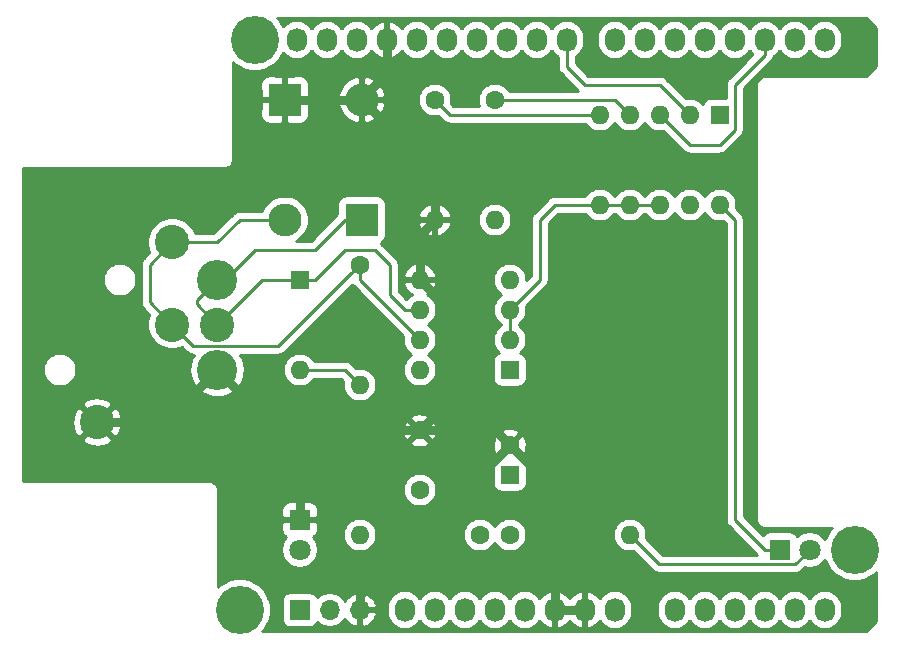
<source format=gbr>
G04 #@! TF.GenerationSoftware,KiCad,Pcbnew,(5.1.5)-3*
G04 #@! TF.CreationDate,2020-05-27T22:27:18+01:00*
G04 #@! TF.ProjectId,dmxhat,646d7868-6174-42e6-9b69-6361645f7063,rev?*
G04 #@! TF.SameCoordinates,Original*
G04 #@! TF.FileFunction,Copper,L1,Top*
G04 #@! TF.FilePolarity,Positive*
%FSLAX46Y46*%
G04 Gerber Fmt 4.6, Leading zero omitted, Abs format (unit mm)*
G04 Created by KiCad (PCBNEW (5.1.5)-3) date 2020-05-27 22:27:18*
%MOMM*%
%LPD*%
G04 APERTURE LIST*
%ADD10O,1.700000X1.700000*%
%ADD11R,1.700000X1.700000*%
%ADD12C,1.800000*%
%ADD13R,1.800000X1.800000*%
%ADD14O,1.600000X1.600000*%
%ADD15C,1.600000*%
%ADD16C,2.900000*%
%ADD17C,3.400000*%
%ADD18R,1.600000X1.600000*%
%ADD19O,2.800000X2.800000*%
%ADD20R,2.800000X2.800000*%
%ADD21O,1.727200X2.032000*%
%ADD22C,4.064000*%
%ADD23C,0.750000*%
%ADD24C,0.250000*%
%ADD25C,0.254000*%
G04 APERTURE END LIST*
D10*
X135128000Y-123825000D03*
X132588000Y-123825000D03*
D11*
X130048000Y-123825000D03*
D12*
X130048000Y-118745000D03*
D13*
X130048000Y-116205000D03*
D14*
X135128000Y-117475000D03*
D15*
X145288000Y-117475000D03*
D16*
X123068000Y-99695000D03*
X112898000Y-107945000D03*
D17*
X123068000Y-95885000D03*
D16*
X119253000Y-92715000D03*
X119253000Y-99695000D03*
D17*
X123068000Y-103505000D03*
D14*
X130048000Y-103505000D03*
D18*
X130048000Y-95885000D03*
D19*
X135298000Y-80645000D03*
D20*
X135298000Y-90805000D03*
D19*
X128778000Y-90805000D03*
D20*
X128778000Y-80645000D03*
D14*
X165608000Y-89535000D03*
X155448000Y-81915000D03*
X163068000Y-89535000D03*
X157988000Y-81915000D03*
X160528000Y-89535000D03*
X160528000Y-81915000D03*
X157988000Y-89535000D03*
X163068000Y-81915000D03*
X155448000Y-89535000D03*
D18*
X165608000Y-81915000D03*
D15*
X147828000Y-109895000D03*
D18*
X147828000Y-112395000D03*
D15*
X140208000Y-108665000D03*
X140208000Y-113665000D03*
D14*
X157988000Y-117475000D03*
D15*
X147828000Y-117475000D03*
D12*
X173228000Y-118745000D03*
D13*
X170688000Y-118745000D03*
D14*
X146558000Y-90805000D03*
D15*
X146558000Y-80645000D03*
D14*
X141478000Y-90805000D03*
D15*
X141478000Y-80645000D03*
D14*
X135128000Y-104775000D03*
D15*
X135128000Y-94615000D03*
D14*
X140208000Y-103505000D03*
X147828000Y-95885000D03*
X140208000Y-100965000D03*
X147828000Y-98425000D03*
X140208000Y-98425000D03*
X147828000Y-100965000D03*
X140208000Y-95885000D03*
D18*
X147828000Y-103505000D03*
D21*
X138938000Y-123825000D03*
X141478000Y-123825000D03*
X144018000Y-123825000D03*
X146558000Y-123825000D03*
X149098000Y-123825000D03*
X151638000Y-123825000D03*
X154178000Y-123825000D03*
X156718000Y-123825000D03*
X161798000Y-123825000D03*
X164338000Y-123825000D03*
X166878000Y-123825000D03*
X169418000Y-123825000D03*
X171958000Y-123825000D03*
X174498000Y-123825000D03*
X129794000Y-75565000D03*
X132334000Y-75565000D03*
X134874000Y-75565000D03*
X137414000Y-75565000D03*
X139954000Y-75565000D03*
X142494000Y-75565000D03*
X145034000Y-75565000D03*
X147574000Y-75565000D03*
X150114000Y-75565000D03*
X152654000Y-75565000D03*
X156718000Y-75565000D03*
X159258000Y-75565000D03*
X161798000Y-75565000D03*
X164338000Y-75565000D03*
X166878000Y-75565000D03*
X169418000Y-75565000D03*
X171958000Y-75565000D03*
X174498000Y-75565000D03*
D22*
X124968000Y-123825000D03*
X177038000Y-118745000D03*
X126238000Y-75565000D03*
D23*
X128228000Y-108665000D02*
X140208000Y-108665000D01*
X123068000Y-103505000D02*
X128228000Y-108665000D01*
X140208000Y-108665000D02*
X144018000Y-104855000D01*
X144018000Y-99695000D02*
X140208000Y-95885000D01*
X144018000Y-104855000D02*
X144018000Y-99695000D01*
X140208000Y-92075000D02*
X141478000Y-90805000D01*
X140208000Y-95885000D02*
X140208000Y-92075000D01*
X141478000Y-86825000D02*
X135298000Y-80645000D01*
X141478000Y-90805000D02*
X141478000Y-86825000D01*
X128778000Y-80645000D02*
X135298000Y-80645000D01*
X135298000Y-80645000D02*
X135298000Y-80475000D01*
X137414000Y-78359000D02*
X137414000Y-75565000D01*
X135298000Y-80475000D02*
X137414000Y-78359000D01*
X146598000Y-108665000D02*
X147828000Y-109895000D01*
X140208000Y-108665000D02*
X146598000Y-108665000D01*
X147828000Y-109895000D02*
X151638000Y-113705000D01*
X154178000Y-123825000D02*
X151638000Y-123825000D01*
X118628000Y-107945000D02*
X123068000Y-103505000D01*
X112898000Y-107945000D02*
X118628000Y-107945000D01*
X137208000Y-108665000D02*
X139076630Y-108665000D01*
X151638000Y-113705000D02*
X151638000Y-123825000D01*
X135128000Y-122595000D02*
X147828000Y-109895000D01*
X135128000Y-123825000D02*
X135128000Y-122595000D01*
X139076630Y-108665000D02*
X140208000Y-108665000D01*
X135938000Y-108665000D02*
X139076630Y-108665000D01*
X130048000Y-114555000D02*
X135938000Y-108665000D01*
X130048000Y-116205000D02*
X130048000Y-114555000D01*
D24*
X163068000Y-81915000D02*
X160528000Y-79375000D01*
X160528000Y-79375000D02*
X154178000Y-79375000D01*
X152654000Y-77851000D02*
X152654000Y-75565000D01*
X154178000Y-79375000D02*
X152654000Y-77851000D01*
X163068000Y-84455000D02*
X160528000Y-81915000D01*
X169418000Y-76835000D02*
X168148000Y-78105000D01*
X169418000Y-75565000D02*
X169418000Y-76835000D01*
X168148000Y-78105000D02*
X166878000Y-79375000D01*
X166878000Y-79375000D02*
X166878000Y-83185000D01*
X166878000Y-83185000D02*
X165608000Y-84455000D01*
X165608000Y-84455000D02*
X163068000Y-84455000D01*
X133858000Y-103505000D02*
X135128000Y-104775000D01*
X130048000Y-103505000D02*
X133858000Y-103505000D01*
X142748000Y-81915000D02*
X155448000Y-81915000D01*
X141478000Y-80645000D02*
X142748000Y-81915000D01*
X156718000Y-80645000D02*
X157988000Y-81915000D01*
X146558000Y-80645000D02*
X156718000Y-80645000D01*
X166878000Y-90805000D02*
X166878000Y-116205000D01*
X166878000Y-116205000D02*
X169418000Y-118745000D01*
X166878000Y-90805000D02*
X165608000Y-89535000D01*
X169418000Y-118745000D02*
X170688000Y-118745000D01*
X147828000Y-100965000D02*
X147828000Y-98425000D01*
X151638000Y-89535000D02*
X155448000Y-89535000D01*
X150368000Y-90805000D02*
X151638000Y-89535000D01*
X147828000Y-98425000D02*
X150368000Y-95885000D01*
X150368000Y-95885000D02*
X150368000Y-90805000D01*
X155448000Y-89535000D02*
X157988000Y-89535000D01*
X157988000Y-89535000D02*
X160528000Y-89535000D01*
X121368001Y-97995001D02*
X121368001Y-97584999D01*
X121368001Y-97584999D02*
X123068000Y-95885000D01*
X123068000Y-99695000D02*
X121368001Y-97995001D01*
X134078000Y-90805000D02*
X135298000Y-90805000D01*
X123068000Y-95885000D02*
X123698000Y-95885000D01*
X123698000Y-95885000D02*
X126238000Y-93345000D01*
X126238000Y-93345000D02*
X131318000Y-93345000D01*
X131318000Y-93345000D02*
X133858000Y-90805000D01*
X133858000Y-90805000D02*
X135298000Y-90805000D01*
X126878000Y-95885000D02*
X130048000Y-95885000D01*
X123068000Y-99695000D02*
X126878000Y-95885000D01*
X138938000Y-98425000D02*
X140208000Y-98425000D01*
X131318000Y-95885000D02*
X133858000Y-93345000D01*
X130048000Y-95885000D02*
X131318000Y-95885000D01*
X137668000Y-97155000D02*
X138938000Y-98425000D01*
X133858000Y-93345000D02*
X136398000Y-93345000D01*
X137668000Y-94615000D02*
X137668000Y-97155000D01*
X136398000Y-93345000D02*
X137668000Y-94615000D01*
X119253000Y-99695000D02*
X117348000Y-97790000D01*
X117348000Y-94620000D02*
X119253000Y-92715000D01*
X117348000Y-97790000D02*
X117348000Y-94620000D01*
X119253000Y-92715000D02*
X123058000Y-92715000D01*
X124968000Y-90805000D02*
X128778000Y-90805000D01*
X123058000Y-92715000D02*
X124968000Y-90805000D01*
X134328001Y-95414999D02*
X135128000Y-94615000D01*
X128263001Y-101479999D02*
X134328001Y-95414999D01*
X121037999Y-101479999D02*
X128263001Y-101479999D01*
X119253000Y-99695000D02*
X121037999Y-101479999D01*
X135128000Y-95885000D02*
X140208000Y-100965000D01*
X135128000Y-94615000D02*
X135128000Y-95885000D01*
X158787999Y-118274999D02*
X157988000Y-117475000D01*
X172002999Y-119970001D02*
X160483001Y-119970001D01*
X160483001Y-119970001D02*
X158787999Y-118274999D01*
X173228000Y-118745000D02*
X172002999Y-119970001D01*
D25*
G36*
X178868001Y-74589093D02*
G01*
X178868000Y-77810908D01*
X178013909Y-78665000D01*
X169452877Y-78665000D01*
X169418000Y-78661565D01*
X169383123Y-78665000D01*
X169278816Y-78675273D01*
X169144980Y-78715872D01*
X169021637Y-78781800D01*
X168913525Y-78870525D01*
X168824800Y-78978637D01*
X168758872Y-79101980D01*
X168718273Y-79235816D01*
X168704565Y-79375000D01*
X168708001Y-79409887D01*
X168708000Y-116170123D01*
X168704565Y-116205000D01*
X168718273Y-116344184D01*
X168758872Y-116478020D01*
X168824800Y-116601363D01*
X168913525Y-116709475D01*
X169018070Y-116795273D01*
X169021637Y-116798200D01*
X169144980Y-116864128D01*
X169278816Y-116904727D01*
X169418000Y-116918435D01*
X169452877Y-116915000D01*
X175096293Y-116915000D01*
X174966406Y-117044887D01*
X174674536Y-117481702D01*
X174504427Y-117892382D01*
X174420312Y-117766495D01*
X174206505Y-117552688D01*
X173955095Y-117384701D01*
X173675743Y-117268989D01*
X173379184Y-117210000D01*
X173076816Y-117210000D01*
X172780257Y-117268989D01*
X172500905Y-117384701D01*
X172249495Y-117552688D01*
X172183056Y-117619127D01*
X172177502Y-117600820D01*
X172118537Y-117490506D01*
X172039185Y-117393815D01*
X171942494Y-117314463D01*
X171832180Y-117255498D01*
X171712482Y-117219188D01*
X171588000Y-117206928D01*
X169788000Y-117206928D01*
X169663518Y-117219188D01*
X169543820Y-117255498D01*
X169433506Y-117314463D01*
X169336815Y-117393815D01*
X169257463Y-117490506D01*
X169250791Y-117502988D01*
X167638000Y-115890199D01*
X167638000Y-90842322D01*
X167641676Y-90804999D01*
X167638000Y-90767676D01*
X167638000Y-90767667D01*
X167627003Y-90656014D01*
X167583546Y-90512753D01*
X167512974Y-90380724D01*
X167418001Y-90264999D01*
X167389003Y-90241201D01*
X167006688Y-89858886D01*
X167043000Y-89676335D01*
X167043000Y-89393665D01*
X166987853Y-89116426D01*
X166879680Y-88855273D01*
X166722637Y-88620241D01*
X166522759Y-88420363D01*
X166287727Y-88263320D01*
X166026574Y-88155147D01*
X165749335Y-88100000D01*
X165466665Y-88100000D01*
X165189426Y-88155147D01*
X164928273Y-88263320D01*
X164693241Y-88420363D01*
X164493363Y-88620241D01*
X164338000Y-88852759D01*
X164182637Y-88620241D01*
X163982759Y-88420363D01*
X163747727Y-88263320D01*
X163486574Y-88155147D01*
X163209335Y-88100000D01*
X162926665Y-88100000D01*
X162649426Y-88155147D01*
X162388273Y-88263320D01*
X162153241Y-88420363D01*
X161953363Y-88620241D01*
X161798000Y-88852759D01*
X161642637Y-88620241D01*
X161442759Y-88420363D01*
X161207727Y-88263320D01*
X160946574Y-88155147D01*
X160669335Y-88100000D01*
X160386665Y-88100000D01*
X160109426Y-88155147D01*
X159848273Y-88263320D01*
X159613241Y-88420363D01*
X159413363Y-88620241D01*
X159309957Y-88775000D01*
X159206043Y-88775000D01*
X159102637Y-88620241D01*
X158902759Y-88420363D01*
X158667727Y-88263320D01*
X158406574Y-88155147D01*
X158129335Y-88100000D01*
X157846665Y-88100000D01*
X157569426Y-88155147D01*
X157308273Y-88263320D01*
X157073241Y-88420363D01*
X156873363Y-88620241D01*
X156769957Y-88775000D01*
X156666043Y-88775000D01*
X156562637Y-88620241D01*
X156362759Y-88420363D01*
X156127727Y-88263320D01*
X155866574Y-88155147D01*
X155589335Y-88100000D01*
X155306665Y-88100000D01*
X155029426Y-88155147D01*
X154768273Y-88263320D01*
X154533241Y-88420363D01*
X154333363Y-88620241D01*
X154229957Y-88775000D01*
X151675322Y-88775000D01*
X151637999Y-88771324D01*
X151600676Y-88775000D01*
X151600667Y-88775000D01*
X151489014Y-88785997D01*
X151345753Y-88829454D01*
X151213724Y-88900026D01*
X151097999Y-88994999D01*
X151074201Y-89023997D01*
X149856998Y-90241201D01*
X149828000Y-90264999D01*
X149804202Y-90293997D01*
X149804201Y-90293998D01*
X149733026Y-90380724D01*
X149662454Y-90512754D01*
X149634603Y-90604570D01*
X149618998Y-90656014D01*
X149616833Y-90678000D01*
X149604324Y-90805000D01*
X149608001Y-90842332D01*
X149608000Y-95570197D01*
X149263000Y-95915197D01*
X149263000Y-95743665D01*
X149207853Y-95466426D01*
X149099680Y-95205273D01*
X148942637Y-94970241D01*
X148742759Y-94770363D01*
X148507727Y-94613320D01*
X148246574Y-94505147D01*
X147969335Y-94450000D01*
X147686665Y-94450000D01*
X147409426Y-94505147D01*
X147148273Y-94613320D01*
X146913241Y-94770363D01*
X146713363Y-94970241D01*
X146556320Y-95205273D01*
X146448147Y-95466426D01*
X146393000Y-95743665D01*
X146393000Y-96026335D01*
X146448147Y-96303574D01*
X146556320Y-96564727D01*
X146713363Y-96799759D01*
X146913241Y-96999637D01*
X147145759Y-97155000D01*
X146913241Y-97310363D01*
X146713363Y-97510241D01*
X146556320Y-97745273D01*
X146448147Y-98006426D01*
X146393000Y-98283665D01*
X146393000Y-98566335D01*
X146448147Y-98843574D01*
X146556320Y-99104727D01*
X146713363Y-99339759D01*
X146913241Y-99539637D01*
X147068001Y-99643044D01*
X147068000Y-99746956D01*
X146913241Y-99850363D01*
X146713363Y-100050241D01*
X146556320Y-100285273D01*
X146448147Y-100546426D01*
X146393000Y-100823665D01*
X146393000Y-101106335D01*
X146448147Y-101383574D01*
X146556320Y-101644727D01*
X146713363Y-101879759D01*
X146911961Y-102078357D01*
X146903518Y-102079188D01*
X146783820Y-102115498D01*
X146673506Y-102174463D01*
X146576815Y-102253815D01*
X146497463Y-102350506D01*
X146438498Y-102460820D01*
X146402188Y-102580518D01*
X146389928Y-102705000D01*
X146389928Y-104305000D01*
X146402188Y-104429482D01*
X146438498Y-104549180D01*
X146497463Y-104659494D01*
X146576815Y-104756185D01*
X146673506Y-104835537D01*
X146783820Y-104894502D01*
X146903518Y-104930812D01*
X147028000Y-104943072D01*
X148628000Y-104943072D01*
X148752482Y-104930812D01*
X148872180Y-104894502D01*
X148982494Y-104835537D01*
X149079185Y-104756185D01*
X149158537Y-104659494D01*
X149217502Y-104549180D01*
X149253812Y-104429482D01*
X149266072Y-104305000D01*
X149266072Y-102705000D01*
X149253812Y-102580518D01*
X149217502Y-102460820D01*
X149158537Y-102350506D01*
X149079185Y-102253815D01*
X148982494Y-102174463D01*
X148872180Y-102115498D01*
X148752482Y-102079188D01*
X148744039Y-102078357D01*
X148942637Y-101879759D01*
X149099680Y-101644727D01*
X149207853Y-101383574D01*
X149263000Y-101106335D01*
X149263000Y-100823665D01*
X149207853Y-100546426D01*
X149099680Y-100285273D01*
X148942637Y-100050241D01*
X148742759Y-99850363D01*
X148588000Y-99746957D01*
X148588000Y-99643043D01*
X148742759Y-99539637D01*
X148942637Y-99339759D01*
X149099680Y-99104727D01*
X149207853Y-98843574D01*
X149263000Y-98566335D01*
X149263000Y-98283665D01*
X149226688Y-98101114D01*
X150879009Y-96448794D01*
X150908001Y-96425001D01*
X150931795Y-96396008D01*
X150931799Y-96396004D01*
X151002973Y-96309277D01*
X151002974Y-96309276D01*
X151073546Y-96177247D01*
X151117003Y-96033986D01*
X151128000Y-95922333D01*
X151128000Y-95922324D01*
X151131676Y-95885001D01*
X151128000Y-95847678D01*
X151128000Y-91119801D01*
X151952802Y-90295000D01*
X154229957Y-90295000D01*
X154333363Y-90449759D01*
X154533241Y-90649637D01*
X154768273Y-90806680D01*
X155029426Y-90914853D01*
X155306665Y-90970000D01*
X155589335Y-90970000D01*
X155866574Y-90914853D01*
X156127727Y-90806680D01*
X156362759Y-90649637D01*
X156562637Y-90449759D01*
X156666043Y-90295000D01*
X156769957Y-90295000D01*
X156873363Y-90449759D01*
X157073241Y-90649637D01*
X157308273Y-90806680D01*
X157569426Y-90914853D01*
X157846665Y-90970000D01*
X158129335Y-90970000D01*
X158406574Y-90914853D01*
X158667727Y-90806680D01*
X158902759Y-90649637D01*
X159102637Y-90449759D01*
X159206043Y-90295000D01*
X159309957Y-90295000D01*
X159413363Y-90449759D01*
X159613241Y-90649637D01*
X159848273Y-90806680D01*
X160109426Y-90914853D01*
X160386665Y-90970000D01*
X160669335Y-90970000D01*
X160946574Y-90914853D01*
X161207727Y-90806680D01*
X161442759Y-90649637D01*
X161642637Y-90449759D01*
X161798000Y-90217241D01*
X161953363Y-90449759D01*
X162153241Y-90649637D01*
X162388273Y-90806680D01*
X162649426Y-90914853D01*
X162926665Y-90970000D01*
X163209335Y-90970000D01*
X163486574Y-90914853D01*
X163747727Y-90806680D01*
X163982759Y-90649637D01*
X164182637Y-90449759D01*
X164338000Y-90217241D01*
X164493363Y-90449759D01*
X164693241Y-90649637D01*
X164928273Y-90806680D01*
X165189426Y-90914853D01*
X165466665Y-90970000D01*
X165749335Y-90970000D01*
X165931886Y-90933688D01*
X166118000Y-91119802D01*
X166118001Y-116167667D01*
X166114324Y-116205000D01*
X166118001Y-116242333D01*
X166128998Y-116353986D01*
X166137355Y-116381536D01*
X166172454Y-116497246D01*
X166243026Y-116629276D01*
X166310362Y-116711324D01*
X166338000Y-116745001D01*
X166366998Y-116768799D01*
X168808198Y-119210001D01*
X160797803Y-119210001D01*
X159386688Y-117798887D01*
X159423000Y-117616335D01*
X159423000Y-117333665D01*
X159367853Y-117056426D01*
X159259680Y-116795273D01*
X159102637Y-116560241D01*
X158902759Y-116360363D01*
X158667727Y-116203320D01*
X158406574Y-116095147D01*
X158129335Y-116040000D01*
X157846665Y-116040000D01*
X157569426Y-116095147D01*
X157308273Y-116203320D01*
X157073241Y-116360363D01*
X156873363Y-116560241D01*
X156716320Y-116795273D01*
X156608147Y-117056426D01*
X156553000Y-117333665D01*
X156553000Y-117616335D01*
X156608147Y-117893574D01*
X156716320Y-118154727D01*
X156873363Y-118389759D01*
X157073241Y-118589637D01*
X157308273Y-118746680D01*
X157569426Y-118854853D01*
X157846665Y-118910000D01*
X158129335Y-118910000D01*
X158311887Y-118873688D01*
X159919202Y-120481004D01*
X159943000Y-120510002D01*
X160058725Y-120604975D01*
X160190754Y-120675547D01*
X160334015Y-120719004D01*
X160445668Y-120730001D01*
X160445678Y-120730001D01*
X160483001Y-120733677D01*
X160520324Y-120730001D01*
X171965677Y-120730001D01*
X172002999Y-120733677D01*
X172040321Y-120730001D01*
X172040332Y-120730001D01*
X172151985Y-120719004D01*
X172295246Y-120675547D01*
X172427275Y-120604975D01*
X172543000Y-120510002D01*
X172566803Y-120480998D01*
X172819070Y-120228731D01*
X173076816Y-120280000D01*
X173379184Y-120280000D01*
X173675743Y-120221011D01*
X173955095Y-120105299D01*
X174206505Y-119937312D01*
X174420312Y-119723505D01*
X174504427Y-119597618D01*
X174674536Y-120008298D01*
X174966406Y-120445113D01*
X175337887Y-120816594D01*
X175774702Y-121108464D01*
X176260065Y-121309508D01*
X176775323Y-121412000D01*
X177300677Y-121412000D01*
X177815935Y-121309508D01*
X178301298Y-121108464D01*
X178738113Y-120816594D01*
X178868001Y-120686706D01*
X178868000Y-124800908D01*
X178013909Y-125655000D01*
X126909707Y-125655000D01*
X127039594Y-125525113D01*
X127331464Y-125088298D01*
X127532508Y-124602935D01*
X127635000Y-124087677D01*
X127635000Y-123562323D01*
X127532508Y-123047065D01*
X127502658Y-122975000D01*
X128559928Y-122975000D01*
X128559928Y-124675000D01*
X128572188Y-124799482D01*
X128608498Y-124919180D01*
X128667463Y-125029494D01*
X128746815Y-125126185D01*
X128843506Y-125205537D01*
X128953820Y-125264502D01*
X129073518Y-125300812D01*
X129198000Y-125313072D01*
X130898000Y-125313072D01*
X131022482Y-125300812D01*
X131142180Y-125264502D01*
X131252494Y-125205537D01*
X131349185Y-125126185D01*
X131428537Y-125029494D01*
X131487502Y-124919180D01*
X131509513Y-124846620D01*
X131641368Y-124978475D01*
X131884589Y-125140990D01*
X132154842Y-125252932D01*
X132441740Y-125310000D01*
X132734260Y-125310000D01*
X133021158Y-125252932D01*
X133291411Y-125140990D01*
X133534632Y-124978475D01*
X133741475Y-124771632D01*
X133863195Y-124589466D01*
X133932822Y-124706355D01*
X134127731Y-124922588D01*
X134361080Y-125096641D01*
X134623901Y-125221825D01*
X134771110Y-125266476D01*
X135001000Y-125145155D01*
X135001000Y-123952000D01*
X135255000Y-123952000D01*
X135255000Y-125145155D01*
X135484890Y-125266476D01*
X135632099Y-125221825D01*
X135894920Y-125096641D01*
X136128269Y-124922588D01*
X136323178Y-124706355D01*
X136472157Y-124456252D01*
X136569481Y-124181891D01*
X136448814Y-123952000D01*
X135255000Y-123952000D01*
X135001000Y-123952000D01*
X134981000Y-123952000D01*
X134981000Y-123698000D01*
X135001000Y-123698000D01*
X135001000Y-122504845D01*
X135255000Y-122504845D01*
X135255000Y-123698000D01*
X136448814Y-123698000D01*
X136500787Y-123598982D01*
X137439400Y-123598982D01*
X137439400Y-124051019D01*
X137461084Y-124271177D01*
X137546775Y-124553664D01*
X137685931Y-124814006D01*
X137873203Y-125042197D01*
X138101395Y-125229469D01*
X138361737Y-125368625D01*
X138644224Y-125454316D01*
X138938000Y-125483251D01*
X139231777Y-125454316D01*
X139514264Y-125368625D01*
X139774606Y-125229469D01*
X140002797Y-125042197D01*
X140190069Y-124814006D01*
X140208000Y-124780459D01*
X140225931Y-124814006D01*
X140413203Y-125042197D01*
X140641395Y-125229469D01*
X140901737Y-125368625D01*
X141184224Y-125454316D01*
X141478000Y-125483251D01*
X141771777Y-125454316D01*
X142054264Y-125368625D01*
X142314606Y-125229469D01*
X142542797Y-125042197D01*
X142730069Y-124814006D01*
X142748000Y-124780459D01*
X142765931Y-124814006D01*
X142953203Y-125042197D01*
X143181395Y-125229469D01*
X143441737Y-125368625D01*
X143724224Y-125454316D01*
X144018000Y-125483251D01*
X144311777Y-125454316D01*
X144594264Y-125368625D01*
X144854606Y-125229469D01*
X145082797Y-125042197D01*
X145270069Y-124814006D01*
X145288000Y-124780459D01*
X145305931Y-124814006D01*
X145493203Y-125042197D01*
X145721395Y-125229469D01*
X145981737Y-125368625D01*
X146264224Y-125454316D01*
X146558000Y-125483251D01*
X146851777Y-125454316D01*
X147134264Y-125368625D01*
X147394606Y-125229469D01*
X147622797Y-125042197D01*
X147810069Y-124814006D01*
X147828000Y-124780459D01*
X147845931Y-124814006D01*
X148033203Y-125042197D01*
X148261395Y-125229469D01*
X148521737Y-125368625D01*
X148804224Y-125454316D01*
X149098000Y-125483251D01*
X149391777Y-125454316D01*
X149674264Y-125368625D01*
X149934606Y-125229469D01*
X150162797Y-125042197D01*
X150350069Y-124814006D01*
X150371424Y-124774053D01*
X150519514Y-124976729D01*
X150735965Y-125175733D01*
X150987081Y-125328686D01*
X151263211Y-125429709D01*
X151278974Y-125432358D01*
X151511000Y-125311217D01*
X151511000Y-123952000D01*
X151765000Y-123952000D01*
X151765000Y-125311217D01*
X151997026Y-125432358D01*
X152012789Y-125429709D01*
X152288919Y-125328686D01*
X152540035Y-125175733D01*
X152756486Y-124976729D01*
X152908000Y-124769367D01*
X153059514Y-124976729D01*
X153275965Y-125175733D01*
X153527081Y-125328686D01*
X153803211Y-125429709D01*
X153818974Y-125432358D01*
X154051000Y-125311217D01*
X154051000Y-123952000D01*
X151765000Y-123952000D01*
X151511000Y-123952000D01*
X151491000Y-123952000D01*
X151491000Y-123698000D01*
X151511000Y-123698000D01*
X151511000Y-122338783D01*
X151765000Y-122338783D01*
X151765000Y-123698000D01*
X154051000Y-123698000D01*
X154051000Y-122338783D01*
X154305000Y-122338783D01*
X154305000Y-123698000D01*
X154325000Y-123698000D01*
X154325000Y-123952000D01*
X154305000Y-123952000D01*
X154305000Y-125311217D01*
X154537026Y-125432358D01*
X154552789Y-125429709D01*
X154828919Y-125328686D01*
X155080035Y-125175733D01*
X155296486Y-124976729D01*
X155444576Y-124774053D01*
X155465931Y-124814006D01*
X155653203Y-125042197D01*
X155881395Y-125229469D01*
X156141737Y-125368625D01*
X156424224Y-125454316D01*
X156718000Y-125483251D01*
X157011777Y-125454316D01*
X157294264Y-125368625D01*
X157554606Y-125229469D01*
X157782797Y-125042197D01*
X157970069Y-124814006D01*
X158109225Y-124553663D01*
X158194916Y-124271176D01*
X158216600Y-124051018D01*
X158216600Y-123598982D01*
X160299400Y-123598982D01*
X160299400Y-124051019D01*
X160321084Y-124271177D01*
X160406775Y-124553664D01*
X160545931Y-124814006D01*
X160733203Y-125042197D01*
X160961395Y-125229469D01*
X161221737Y-125368625D01*
X161504224Y-125454316D01*
X161798000Y-125483251D01*
X162091777Y-125454316D01*
X162374264Y-125368625D01*
X162634606Y-125229469D01*
X162862797Y-125042197D01*
X163050069Y-124814006D01*
X163068000Y-124780459D01*
X163085931Y-124814006D01*
X163273203Y-125042197D01*
X163501395Y-125229469D01*
X163761737Y-125368625D01*
X164044224Y-125454316D01*
X164338000Y-125483251D01*
X164631777Y-125454316D01*
X164914264Y-125368625D01*
X165174606Y-125229469D01*
X165402797Y-125042197D01*
X165590069Y-124814006D01*
X165608000Y-124780459D01*
X165625931Y-124814006D01*
X165813203Y-125042197D01*
X166041395Y-125229469D01*
X166301737Y-125368625D01*
X166584224Y-125454316D01*
X166878000Y-125483251D01*
X167171777Y-125454316D01*
X167454264Y-125368625D01*
X167714606Y-125229469D01*
X167942797Y-125042197D01*
X168130069Y-124814006D01*
X168148000Y-124780459D01*
X168165931Y-124814006D01*
X168353203Y-125042197D01*
X168581395Y-125229469D01*
X168841737Y-125368625D01*
X169124224Y-125454316D01*
X169418000Y-125483251D01*
X169711777Y-125454316D01*
X169994264Y-125368625D01*
X170254606Y-125229469D01*
X170482797Y-125042197D01*
X170670069Y-124814006D01*
X170688000Y-124780459D01*
X170705931Y-124814006D01*
X170893203Y-125042197D01*
X171121395Y-125229469D01*
X171381737Y-125368625D01*
X171664224Y-125454316D01*
X171958000Y-125483251D01*
X172251777Y-125454316D01*
X172534264Y-125368625D01*
X172794606Y-125229469D01*
X173022797Y-125042197D01*
X173210069Y-124814006D01*
X173228000Y-124780459D01*
X173245931Y-124814006D01*
X173433203Y-125042197D01*
X173661395Y-125229469D01*
X173921737Y-125368625D01*
X174204224Y-125454316D01*
X174498000Y-125483251D01*
X174791777Y-125454316D01*
X175074264Y-125368625D01*
X175334606Y-125229469D01*
X175562797Y-125042197D01*
X175750069Y-124814006D01*
X175889225Y-124553663D01*
X175974916Y-124271176D01*
X175996600Y-124051018D01*
X175996600Y-123598981D01*
X175974916Y-123378823D01*
X175889225Y-123096336D01*
X175750069Y-122835994D01*
X175562797Y-122607803D01*
X175334605Y-122420531D01*
X175074263Y-122281375D01*
X174791776Y-122195684D01*
X174498000Y-122166749D01*
X174204223Y-122195684D01*
X173921736Y-122281375D01*
X173661394Y-122420531D01*
X173433203Y-122607803D01*
X173245931Y-122835995D01*
X173228000Y-122869541D01*
X173210069Y-122835994D01*
X173022797Y-122607803D01*
X172794605Y-122420531D01*
X172534263Y-122281375D01*
X172251776Y-122195684D01*
X171958000Y-122166749D01*
X171664223Y-122195684D01*
X171381736Y-122281375D01*
X171121394Y-122420531D01*
X170893203Y-122607803D01*
X170705931Y-122835995D01*
X170688000Y-122869541D01*
X170670069Y-122835994D01*
X170482797Y-122607803D01*
X170254605Y-122420531D01*
X169994263Y-122281375D01*
X169711776Y-122195684D01*
X169418000Y-122166749D01*
X169124223Y-122195684D01*
X168841736Y-122281375D01*
X168581394Y-122420531D01*
X168353203Y-122607803D01*
X168165931Y-122835995D01*
X168148000Y-122869541D01*
X168130069Y-122835994D01*
X167942797Y-122607803D01*
X167714605Y-122420531D01*
X167454263Y-122281375D01*
X167171776Y-122195684D01*
X166878000Y-122166749D01*
X166584223Y-122195684D01*
X166301736Y-122281375D01*
X166041394Y-122420531D01*
X165813203Y-122607803D01*
X165625931Y-122835995D01*
X165608000Y-122869541D01*
X165590069Y-122835994D01*
X165402797Y-122607803D01*
X165174605Y-122420531D01*
X164914263Y-122281375D01*
X164631776Y-122195684D01*
X164338000Y-122166749D01*
X164044223Y-122195684D01*
X163761736Y-122281375D01*
X163501394Y-122420531D01*
X163273203Y-122607803D01*
X163085931Y-122835995D01*
X163068000Y-122869541D01*
X163050069Y-122835994D01*
X162862797Y-122607803D01*
X162634605Y-122420531D01*
X162374263Y-122281375D01*
X162091776Y-122195684D01*
X161798000Y-122166749D01*
X161504223Y-122195684D01*
X161221736Y-122281375D01*
X160961394Y-122420531D01*
X160733203Y-122607803D01*
X160545931Y-122835995D01*
X160406775Y-123096337D01*
X160321084Y-123378824D01*
X160299400Y-123598982D01*
X158216600Y-123598982D01*
X158216600Y-123598981D01*
X158194916Y-123378823D01*
X158109225Y-123096336D01*
X157970069Y-122835994D01*
X157782797Y-122607803D01*
X157554605Y-122420531D01*
X157294263Y-122281375D01*
X157011776Y-122195684D01*
X156718000Y-122166749D01*
X156424223Y-122195684D01*
X156141736Y-122281375D01*
X155881394Y-122420531D01*
X155653203Y-122607803D01*
X155465931Y-122835995D01*
X155444576Y-122875947D01*
X155296486Y-122673271D01*
X155080035Y-122474267D01*
X154828919Y-122321314D01*
X154552789Y-122220291D01*
X154537026Y-122217642D01*
X154305000Y-122338783D01*
X154051000Y-122338783D01*
X153818974Y-122217642D01*
X153803211Y-122220291D01*
X153527081Y-122321314D01*
X153275965Y-122474267D01*
X153059514Y-122673271D01*
X152908000Y-122880633D01*
X152756486Y-122673271D01*
X152540035Y-122474267D01*
X152288919Y-122321314D01*
X152012789Y-122220291D01*
X151997026Y-122217642D01*
X151765000Y-122338783D01*
X151511000Y-122338783D01*
X151278974Y-122217642D01*
X151263211Y-122220291D01*
X150987081Y-122321314D01*
X150735965Y-122474267D01*
X150519514Y-122673271D01*
X150371424Y-122875947D01*
X150350069Y-122835994D01*
X150162797Y-122607803D01*
X149934605Y-122420531D01*
X149674263Y-122281375D01*
X149391776Y-122195684D01*
X149098000Y-122166749D01*
X148804223Y-122195684D01*
X148521736Y-122281375D01*
X148261394Y-122420531D01*
X148033203Y-122607803D01*
X147845931Y-122835995D01*
X147828000Y-122869541D01*
X147810069Y-122835994D01*
X147622797Y-122607803D01*
X147394605Y-122420531D01*
X147134263Y-122281375D01*
X146851776Y-122195684D01*
X146558000Y-122166749D01*
X146264223Y-122195684D01*
X145981736Y-122281375D01*
X145721394Y-122420531D01*
X145493203Y-122607803D01*
X145305931Y-122835995D01*
X145288000Y-122869541D01*
X145270069Y-122835994D01*
X145082797Y-122607803D01*
X144854605Y-122420531D01*
X144594263Y-122281375D01*
X144311776Y-122195684D01*
X144018000Y-122166749D01*
X143724223Y-122195684D01*
X143441736Y-122281375D01*
X143181394Y-122420531D01*
X142953203Y-122607803D01*
X142765931Y-122835995D01*
X142748000Y-122869541D01*
X142730069Y-122835994D01*
X142542797Y-122607803D01*
X142314605Y-122420531D01*
X142054263Y-122281375D01*
X141771776Y-122195684D01*
X141478000Y-122166749D01*
X141184223Y-122195684D01*
X140901736Y-122281375D01*
X140641394Y-122420531D01*
X140413203Y-122607803D01*
X140225931Y-122835995D01*
X140208000Y-122869541D01*
X140190069Y-122835994D01*
X140002797Y-122607803D01*
X139774605Y-122420531D01*
X139514263Y-122281375D01*
X139231776Y-122195684D01*
X138938000Y-122166749D01*
X138644223Y-122195684D01*
X138361736Y-122281375D01*
X138101394Y-122420531D01*
X137873203Y-122607803D01*
X137685931Y-122835995D01*
X137546775Y-123096337D01*
X137461084Y-123378824D01*
X137439400Y-123598982D01*
X136500787Y-123598982D01*
X136569481Y-123468109D01*
X136472157Y-123193748D01*
X136323178Y-122943645D01*
X136128269Y-122727412D01*
X135894920Y-122553359D01*
X135632099Y-122428175D01*
X135484890Y-122383524D01*
X135255000Y-122504845D01*
X135001000Y-122504845D01*
X134771110Y-122383524D01*
X134623901Y-122428175D01*
X134361080Y-122553359D01*
X134127731Y-122727412D01*
X133932822Y-122943645D01*
X133863195Y-123060534D01*
X133741475Y-122878368D01*
X133534632Y-122671525D01*
X133291411Y-122509010D01*
X133021158Y-122397068D01*
X132734260Y-122340000D01*
X132441740Y-122340000D01*
X132154842Y-122397068D01*
X131884589Y-122509010D01*
X131641368Y-122671525D01*
X131509513Y-122803380D01*
X131487502Y-122730820D01*
X131428537Y-122620506D01*
X131349185Y-122523815D01*
X131252494Y-122444463D01*
X131142180Y-122385498D01*
X131022482Y-122349188D01*
X130898000Y-122336928D01*
X129198000Y-122336928D01*
X129073518Y-122349188D01*
X128953820Y-122385498D01*
X128843506Y-122444463D01*
X128746815Y-122523815D01*
X128667463Y-122620506D01*
X128608498Y-122730820D01*
X128572188Y-122850518D01*
X128559928Y-122975000D01*
X127502658Y-122975000D01*
X127331464Y-122561702D01*
X127039594Y-122124887D01*
X126668113Y-121753406D01*
X126231298Y-121461536D01*
X125745935Y-121260492D01*
X125230677Y-121158000D01*
X124705323Y-121158000D01*
X124190065Y-121260492D01*
X123704702Y-121461536D01*
X123267887Y-121753406D01*
X123138000Y-121883293D01*
X123138000Y-117105000D01*
X128509928Y-117105000D01*
X128522188Y-117229482D01*
X128558498Y-117349180D01*
X128617463Y-117459494D01*
X128696815Y-117556185D01*
X128793506Y-117635537D01*
X128903820Y-117694502D01*
X128922127Y-117700056D01*
X128855688Y-117766495D01*
X128687701Y-118017905D01*
X128571989Y-118297257D01*
X128513000Y-118593816D01*
X128513000Y-118896184D01*
X128571989Y-119192743D01*
X128687701Y-119472095D01*
X128855688Y-119723505D01*
X129069495Y-119937312D01*
X129320905Y-120105299D01*
X129600257Y-120221011D01*
X129896816Y-120280000D01*
X130199184Y-120280000D01*
X130495743Y-120221011D01*
X130775095Y-120105299D01*
X131026505Y-119937312D01*
X131240312Y-119723505D01*
X131408299Y-119472095D01*
X131524011Y-119192743D01*
X131583000Y-118896184D01*
X131583000Y-118593816D01*
X131524011Y-118297257D01*
X131408299Y-118017905D01*
X131240312Y-117766495D01*
X131173873Y-117700056D01*
X131192180Y-117694502D01*
X131302494Y-117635537D01*
X131399185Y-117556185D01*
X131478537Y-117459494D01*
X131537502Y-117349180D01*
X131542208Y-117333665D01*
X133693000Y-117333665D01*
X133693000Y-117616335D01*
X133748147Y-117893574D01*
X133856320Y-118154727D01*
X134013363Y-118389759D01*
X134213241Y-118589637D01*
X134448273Y-118746680D01*
X134709426Y-118854853D01*
X134986665Y-118910000D01*
X135269335Y-118910000D01*
X135546574Y-118854853D01*
X135807727Y-118746680D01*
X136042759Y-118589637D01*
X136242637Y-118389759D01*
X136399680Y-118154727D01*
X136507853Y-117893574D01*
X136563000Y-117616335D01*
X136563000Y-117333665D01*
X143853000Y-117333665D01*
X143853000Y-117616335D01*
X143908147Y-117893574D01*
X144016320Y-118154727D01*
X144173363Y-118389759D01*
X144373241Y-118589637D01*
X144608273Y-118746680D01*
X144869426Y-118854853D01*
X145146665Y-118910000D01*
X145429335Y-118910000D01*
X145706574Y-118854853D01*
X145967727Y-118746680D01*
X146202759Y-118589637D01*
X146402637Y-118389759D01*
X146558000Y-118157241D01*
X146713363Y-118389759D01*
X146913241Y-118589637D01*
X147148273Y-118746680D01*
X147409426Y-118854853D01*
X147686665Y-118910000D01*
X147969335Y-118910000D01*
X148246574Y-118854853D01*
X148507727Y-118746680D01*
X148742759Y-118589637D01*
X148942637Y-118389759D01*
X149099680Y-118154727D01*
X149207853Y-117893574D01*
X149263000Y-117616335D01*
X149263000Y-117333665D01*
X149207853Y-117056426D01*
X149099680Y-116795273D01*
X148942637Y-116560241D01*
X148742759Y-116360363D01*
X148507727Y-116203320D01*
X148246574Y-116095147D01*
X147969335Y-116040000D01*
X147686665Y-116040000D01*
X147409426Y-116095147D01*
X147148273Y-116203320D01*
X146913241Y-116360363D01*
X146713363Y-116560241D01*
X146558000Y-116792759D01*
X146402637Y-116560241D01*
X146202759Y-116360363D01*
X145967727Y-116203320D01*
X145706574Y-116095147D01*
X145429335Y-116040000D01*
X145146665Y-116040000D01*
X144869426Y-116095147D01*
X144608273Y-116203320D01*
X144373241Y-116360363D01*
X144173363Y-116560241D01*
X144016320Y-116795273D01*
X143908147Y-117056426D01*
X143853000Y-117333665D01*
X136563000Y-117333665D01*
X136507853Y-117056426D01*
X136399680Y-116795273D01*
X136242637Y-116560241D01*
X136042759Y-116360363D01*
X135807727Y-116203320D01*
X135546574Y-116095147D01*
X135269335Y-116040000D01*
X134986665Y-116040000D01*
X134709426Y-116095147D01*
X134448273Y-116203320D01*
X134213241Y-116360363D01*
X134013363Y-116560241D01*
X133856320Y-116795273D01*
X133748147Y-117056426D01*
X133693000Y-117333665D01*
X131542208Y-117333665D01*
X131573812Y-117229482D01*
X131586072Y-117105000D01*
X131583000Y-116490750D01*
X131424250Y-116332000D01*
X130175000Y-116332000D01*
X130175000Y-116352000D01*
X129921000Y-116352000D01*
X129921000Y-116332000D01*
X128671750Y-116332000D01*
X128513000Y-116490750D01*
X128509928Y-117105000D01*
X123138000Y-117105000D01*
X123138000Y-115305000D01*
X128509928Y-115305000D01*
X128513000Y-115919250D01*
X128671750Y-116078000D01*
X129921000Y-116078000D01*
X129921000Y-114828750D01*
X130175000Y-114828750D01*
X130175000Y-116078000D01*
X131424250Y-116078000D01*
X131583000Y-115919250D01*
X131586072Y-115305000D01*
X131573812Y-115180518D01*
X131537502Y-115060820D01*
X131478537Y-114950506D01*
X131399185Y-114853815D01*
X131302494Y-114774463D01*
X131192180Y-114715498D01*
X131072482Y-114679188D01*
X130948000Y-114666928D01*
X130333750Y-114670000D01*
X130175000Y-114828750D01*
X129921000Y-114828750D01*
X129762250Y-114670000D01*
X129148000Y-114666928D01*
X129023518Y-114679188D01*
X128903820Y-114715498D01*
X128793506Y-114774463D01*
X128696815Y-114853815D01*
X128617463Y-114950506D01*
X128558498Y-115060820D01*
X128522188Y-115180518D01*
X128509928Y-115305000D01*
X123138000Y-115305000D01*
X123138000Y-113699877D01*
X123141435Y-113665000D01*
X123127727Y-113525816D01*
X123127075Y-113523665D01*
X138773000Y-113523665D01*
X138773000Y-113806335D01*
X138828147Y-114083574D01*
X138936320Y-114344727D01*
X139093363Y-114579759D01*
X139293241Y-114779637D01*
X139528273Y-114936680D01*
X139789426Y-115044853D01*
X140066665Y-115100000D01*
X140349335Y-115100000D01*
X140626574Y-115044853D01*
X140887727Y-114936680D01*
X141122759Y-114779637D01*
X141322637Y-114579759D01*
X141479680Y-114344727D01*
X141587853Y-114083574D01*
X141643000Y-113806335D01*
X141643000Y-113523665D01*
X141587853Y-113246426D01*
X141479680Y-112985273D01*
X141322637Y-112750241D01*
X141122759Y-112550363D01*
X140887727Y-112393320D01*
X140626574Y-112285147D01*
X140349335Y-112230000D01*
X140066665Y-112230000D01*
X139789426Y-112285147D01*
X139528273Y-112393320D01*
X139293241Y-112550363D01*
X139093363Y-112750241D01*
X138936320Y-112985273D01*
X138828147Y-113246426D01*
X138773000Y-113523665D01*
X123127075Y-113523665D01*
X123087128Y-113391980D01*
X123021200Y-113268637D01*
X122932475Y-113160525D01*
X122824363Y-113071800D01*
X122701020Y-113005872D01*
X122567184Y-112965273D01*
X122462877Y-112955000D01*
X122428000Y-112951565D01*
X122393123Y-112955000D01*
X106628000Y-112955000D01*
X106628000Y-111595000D01*
X146389928Y-111595000D01*
X146389928Y-113195000D01*
X146402188Y-113319482D01*
X146438498Y-113439180D01*
X146497463Y-113549494D01*
X146576815Y-113646185D01*
X146673506Y-113725537D01*
X146783820Y-113784502D01*
X146903518Y-113820812D01*
X147028000Y-113833072D01*
X148628000Y-113833072D01*
X148752482Y-113820812D01*
X148872180Y-113784502D01*
X148982494Y-113725537D01*
X149079185Y-113646185D01*
X149158537Y-113549494D01*
X149217502Y-113439180D01*
X149253812Y-113319482D01*
X149266072Y-113195000D01*
X149266072Y-111595000D01*
X149253812Y-111470518D01*
X149217502Y-111350820D01*
X149158537Y-111240506D01*
X149079185Y-111143815D01*
X148982494Y-111064463D01*
X148872180Y-111005498D01*
X148752482Y-110969188D01*
X148628000Y-110956928D01*
X148620785Y-110956928D01*
X148641097Y-110887702D01*
X147828000Y-110074605D01*
X147014903Y-110887702D01*
X147035215Y-110956928D01*
X147028000Y-110956928D01*
X146903518Y-110969188D01*
X146783820Y-111005498D01*
X146673506Y-111064463D01*
X146576815Y-111143815D01*
X146497463Y-111240506D01*
X146438498Y-111350820D01*
X146402188Y-111470518D01*
X146389928Y-111595000D01*
X106628000Y-111595000D01*
X106628000Y-109401052D01*
X111621553Y-109401052D01*
X111771548Y-109711493D01*
X112137819Y-109897311D01*
X112533303Y-110008101D01*
X112942801Y-110039609D01*
X113350577Y-109990621D01*
X113740962Y-109863021D01*
X114024452Y-109711493D01*
X114050442Y-109657702D01*
X139394903Y-109657702D01*
X139466486Y-109901671D01*
X139721996Y-110022571D01*
X139996184Y-110091300D01*
X140278512Y-110105217D01*
X140558130Y-110063787D01*
X140824292Y-109968603D01*
X140830074Y-109965512D01*
X146387783Y-109965512D01*
X146429213Y-110245130D01*
X146524397Y-110511292D01*
X146591329Y-110636514D01*
X146835298Y-110708097D01*
X147648395Y-109895000D01*
X148007605Y-109895000D01*
X148820702Y-110708097D01*
X149064671Y-110636514D01*
X149185571Y-110381004D01*
X149254300Y-110106816D01*
X149268217Y-109824488D01*
X149226787Y-109544870D01*
X149131603Y-109278708D01*
X149064671Y-109153486D01*
X148820702Y-109081903D01*
X148007605Y-109895000D01*
X147648395Y-109895000D01*
X146835298Y-109081903D01*
X146591329Y-109153486D01*
X146470429Y-109408996D01*
X146401700Y-109683184D01*
X146387783Y-109965512D01*
X140830074Y-109965512D01*
X140949514Y-109901671D01*
X141021097Y-109657702D01*
X140208000Y-108844605D01*
X139394903Y-109657702D01*
X114050442Y-109657702D01*
X114174447Y-109401052D01*
X112898000Y-108124605D01*
X111621553Y-109401052D01*
X106628000Y-109401052D01*
X106628000Y-107989801D01*
X110803391Y-107989801D01*
X110852379Y-108397577D01*
X110979979Y-108787962D01*
X111131507Y-109071452D01*
X111441948Y-109221447D01*
X112718395Y-107945000D01*
X113077605Y-107945000D01*
X114354052Y-109221447D01*
X114664493Y-109071452D01*
X114834923Y-108735512D01*
X138767783Y-108735512D01*
X138809213Y-109015130D01*
X138904397Y-109281292D01*
X138971329Y-109406514D01*
X139215298Y-109478097D01*
X140028395Y-108665000D01*
X140387605Y-108665000D01*
X141200702Y-109478097D01*
X141444671Y-109406514D01*
X141565571Y-109151004D01*
X141627912Y-108902298D01*
X147014903Y-108902298D01*
X147828000Y-109715395D01*
X148641097Y-108902298D01*
X148569514Y-108658329D01*
X148314004Y-108537429D01*
X148039816Y-108468700D01*
X147757488Y-108454783D01*
X147477870Y-108496213D01*
X147211708Y-108591397D01*
X147086486Y-108658329D01*
X147014903Y-108902298D01*
X141627912Y-108902298D01*
X141634300Y-108876816D01*
X141648217Y-108594488D01*
X141606787Y-108314870D01*
X141511603Y-108048708D01*
X141444671Y-107923486D01*
X141200702Y-107851903D01*
X140387605Y-108665000D01*
X140028395Y-108665000D01*
X139215298Y-107851903D01*
X138971329Y-107923486D01*
X138850429Y-108178996D01*
X138781700Y-108453184D01*
X138767783Y-108735512D01*
X114834923Y-108735512D01*
X114850311Y-108705181D01*
X114961101Y-108309697D01*
X114992609Y-107900199D01*
X114965231Y-107672298D01*
X139394903Y-107672298D01*
X140208000Y-108485395D01*
X141021097Y-107672298D01*
X140949514Y-107428329D01*
X140694004Y-107307429D01*
X140419816Y-107238700D01*
X140137488Y-107224783D01*
X139857870Y-107266213D01*
X139591708Y-107361397D01*
X139466486Y-107428329D01*
X139394903Y-107672298D01*
X114965231Y-107672298D01*
X114943621Y-107492423D01*
X114816021Y-107102038D01*
X114664493Y-106818548D01*
X114354052Y-106668553D01*
X113077605Y-107945000D01*
X112718395Y-107945000D01*
X111441948Y-106668553D01*
X111131507Y-106818548D01*
X110945689Y-107184819D01*
X110834899Y-107580303D01*
X110803391Y-107989801D01*
X106628000Y-107989801D01*
X106628000Y-106488948D01*
X111621553Y-106488948D01*
X112898000Y-107765395D01*
X114174447Y-106488948D01*
X114024452Y-106178507D01*
X113658181Y-105992689D01*
X113262697Y-105881899D01*
X112853199Y-105850391D01*
X112445423Y-105899379D01*
X112055038Y-106026979D01*
X111771548Y-106178507D01*
X111621553Y-106488948D01*
X106628000Y-106488948D01*
X106628000Y-105139023D01*
X121613582Y-105139023D01*
X121793648Y-105475060D01*
X122202474Y-105685820D01*
X122644562Y-105812772D01*
X123102922Y-105851037D01*
X123559940Y-105799146D01*
X123998053Y-105659092D01*
X124342352Y-105475060D01*
X124522418Y-105139023D01*
X123068000Y-103684605D01*
X121613582Y-105139023D01*
X106628000Y-105139023D01*
X106628000Y-103363665D01*
X108293000Y-103363665D01*
X108293000Y-103646335D01*
X108348147Y-103923574D01*
X108456320Y-104184727D01*
X108613363Y-104419759D01*
X108813241Y-104619637D01*
X109048273Y-104776680D01*
X109309426Y-104884853D01*
X109586665Y-104940000D01*
X109869335Y-104940000D01*
X110146574Y-104884853D01*
X110407727Y-104776680D01*
X110642759Y-104619637D01*
X110842637Y-104419759D01*
X110999680Y-104184727D01*
X111107853Y-103923574D01*
X111163000Y-103646335D01*
X111163000Y-103363665D01*
X111107853Y-103086426D01*
X110999680Y-102825273D01*
X110842637Y-102590241D01*
X110642759Y-102390363D01*
X110407727Y-102233320D01*
X110146574Y-102125147D01*
X109869335Y-102070000D01*
X109586665Y-102070000D01*
X109309426Y-102125147D01*
X109048273Y-102233320D01*
X108813241Y-102390363D01*
X108613363Y-102590241D01*
X108456320Y-102825273D01*
X108348147Y-103086426D01*
X108293000Y-103363665D01*
X106628000Y-103363665D01*
X106628000Y-95743665D01*
X113373000Y-95743665D01*
X113373000Y-96026335D01*
X113428147Y-96303574D01*
X113536320Y-96564727D01*
X113693363Y-96799759D01*
X113893241Y-96999637D01*
X114128273Y-97156680D01*
X114389426Y-97264853D01*
X114666665Y-97320000D01*
X114949335Y-97320000D01*
X115226574Y-97264853D01*
X115487727Y-97156680D01*
X115722759Y-96999637D01*
X115922637Y-96799759D01*
X116079680Y-96564727D01*
X116187853Y-96303574D01*
X116243000Y-96026335D01*
X116243000Y-95743665D01*
X116187853Y-95466426D01*
X116079680Y-95205273D01*
X115922637Y-94970241D01*
X115722759Y-94770363D01*
X115497725Y-94620000D01*
X116584324Y-94620000D01*
X116588001Y-94657332D01*
X116588000Y-97752677D01*
X116584324Y-97790000D01*
X116588000Y-97827322D01*
X116588000Y-97827332D01*
X116598997Y-97938985D01*
X116627314Y-98032334D01*
X116642454Y-98082246D01*
X116713026Y-98214276D01*
X116717724Y-98220000D01*
X116807999Y-98330001D01*
X116837003Y-98353804D01*
X117342408Y-98859210D01*
X117248126Y-99086828D01*
X117168000Y-99489645D01*
X117168000Y-99900355D01*
X117248126Y-100303172D01*
X117405297Y-100682618D01*
X117633475Y-101024110D01*
X117923890Y-101314525D01*
X118265382Y-101542703D01*
X118644828Y-101699874D01*
X119047645Y-101780000D01*
X119458355Y-101780000D01*
X119861172Y-101699874D01*
X120088790Y-101605592D01*
X120474200Y-101991002D01*
X120497998Y-102020000D01*
X120613723Y-102114973D01*
X120745752Y-102185545D01*
X120889013Y-102229002D01*
X121000666Y-102239999D01*
X121000674Y-102239999D01*
X121037999Y-102243675D01*
X121075324Y-102239999D01*
X121093119Y-102239999D01*
X120887180Y-102639474D01*
X120760228Y-103081562D01*
X120721963Y-103539922D01*
X120773854Y-103996940D01*
X120913908Y-104435053D01*
X121097940Y-104779352D01*
X121433977Y-104959418D01*
X122888395Y-103505000D01*
X122874253Y-103490858D01*
X123053858Y-103311253D01*
X123068000Y-103325395D01*
X123082143Y-103311253D01*
X123261748Y-103490858D01*
X123247605Y-103505000D01*
X124702023Y-104959418D01*
X125038060Y-104779352D01*
X125248820Y-104370526D01*
X125375772Y-103928438D01*
X125414037Y-103470078D01*
X125401955Y-103363665D01*
X128613000Y-103363665D01*
X128613000Y-103646335D01*
X128668147Y-103923574D01*
X128776320Y-104184727D01*
X128933363Y-104419759D01*
X129133241Y-104619637D01*
X129368273Y-104776680D01*
X129629426Y-104884853D01*
X129906665Y-104940000D01*
X130189335Y-104940000D01*
X130466574Y-104884853D01*
X130727727Y-104776680D01*
X130962759Y-104619637D01*
X131162637Y-104419759D01*
X131266043Y-104265000D01*
X133543199Y-104265000D01*
X133729312Y-104451114D01*
X133693000Y-104633665D01*
X133693000Y-104916335D01*
X133748147Y-105193574D01*
X133856320Y-105454727D01*
X134013363Y-105689759D01*
X134213241Y-105889637D01*
X134448273Y-106046680D01*
X134709426Y-106154853D01*
X134986665Y-106210000D01*
X135269335Y-106210000D01*
X135546574Y-106154853D01*
X135807727Y-106046680D01*
X136042759Y-105889637D01*
X136242637Y-105689759D01*
X136399680Y-105454727D01*
X136507853Y-105193574D01*
X136563000Y-104916335D01*
X136563000Y-104633665D01*
X136507853Y-104356426D01*
X136399680Y-104095273D01*
X136242637Y-103860241D01*
X136042759Y-103660363D01*
X135807727Y-103503320D01*
X135546574Y-103395147D01*
X135269335Y-103340000D01*
X134986665Y-103340000D01*
X134804114Y-103376312D01*
X134421804Y-102994003D01*
X134398001Y-102964999D01*
X134282276Y-102870026D01*
X134150247Y-102799454D01*
X134006986Y-102755997D01*
X133895333Y-102745000D01*
X133895322Y-102745000D01*
X133858000Y-102741324D01*
X133820678Y-102745000D01*
X131266043Y-102745000D01*
X131162637Y-102590241D01*
X130962759Y-102390363D01*
X130727727Y-102233320D01*
X130466574Y-102125147D01*
X130189335Y-102070000D01*
X129906665Y-102070000D01*
X129629426Y-102125147D01*
X129368273Y-102233320D01*
X129133241Y-102390363D01*
X128933363Y-102590241D01*
X128776320Y-102825273D01*
X128668147Y-103086426D01*
X128613000Y-103363665D01*
X125401955Y-103363665D01*
X125362146Y-103013060D01*
X125222092Y-102574947D01*
X125043058Y-102239999D01*
X128225679Y-102239999D01*
X128263001Y-102243675D01*
X128300323Y-102239999D01*
X128300334Y-102239999D01*
X128411987Y-102229002D01*
X128555248Y-102185545D01*
X128687277Y-102114973D01*
X128803002Y-102020000D01*
X128826805Y-101990996D01*
X134500013Y-96317789D01*
X134560362Y-96391324D01*
X134588000Y-96425001D01*
X134616998Y-96448799D01*
X138809312Y-100641114D01*
X138773000Y-100823665D01*
X138773000Y-101106335D01*
X138828147Y-101383574D01*
X138936320Y-101644727D01*
X139093363Y-101879759D01*
X139293241Y-102079637D01*
X139525759Y-102235000D01*
X139293241Y-102390363D01*
X139093363Y-102590241D01*
X138936320Y-102825273D01*
X138828147Y-103086426D01*
X138773000Y-103363665D01*
X138773000Y-103646335D01*
X138828147Y-103923574D01*
X138936320Y-104184727D01*
X139093363Y-104419759D01*
X139293241Y-104619637D01*
X139528273Y-104776680D01*
X139789426Y-104884853D01*
X140066665Y-104940000D01*
X140349335Y-104940000D01*
X140626574Y-104884853D01*
X140887727Y-104776680D01*
X141122759Y-104619637D01*
X141322637Y-104419759D01*
X141479680Y-104184727D01*
X141587853Y-103923574D01*
X141643000Y-103646335D01*
X141643000Y-103363665D01*
X141587853Y-103086426D01*
X141479680Y-102825273D01*
X141322637Y-102590241D01*
X141122759Y-102390363D01*
X140890241Y-102235000D01*
X141122759Y-102079637D01*
X141322637Y-101879759D01*
X141479680Y-101644727D01*
X141587853Y-101383574D01*
X141643000Y-101106335D01*
X141643000Y-100823665D01*
X141587853Y-100546426D01*
X141479680Y-100285273D01*
X141322637Y-100050241D01*
X141122759Y-99850363D01*
X140890241Y-99695000D01*
X141122759Y-99539637D01*
X141322637Y-99339759D01*
X141479680Y-99104727D01*
X141587853Y-98843574D01*
X141643000Y-98566335D01*
X141643000Y-98283665D01*
X141587853Y-98006426D01*
X141479680Y-97745273D01*
X141322637Y-97510241D01*
X141122759Y-97310363D01*
X140887727Y-97153320D01*
X140877135Y-97148933D01*
X141063131Y-97037385D01*
X141271519Y-96848414D01*
X141439037Y-96622420D01*
X141559246Y-96368087D01*
X141599904Y-96234039D01*
X141477915Y-96012000D01*
X140335000Y-96012000D01*
X140335000Y-96032000D01*
X140081000Y-96032000D01*
X140081000Y-96012000D01*
X138938085Y-96012000D01*
X138816096Y-96234039D01*
X138856754Y-96368087D01*
X138976963Y-96622420D01*
X139144481Y-96848414D01*
X139352869Y-97037385D01*
X139538865Y-97148933D01*
X139528273Y-97153320D01*
X139293241Y-97310363D01*
X139095703Y-97507901D01*
X138428000Y-96840199D01*
X138428000Y-95535961D01*
X138816096Y-95535961D01*
X138938085Y-95758000D01*
X140081000Y-95758000D01*
X140081000Y-94614376D01*
X140335000Y-94614376D01*
X140335000Y-95758000D01*
X141477915Y-95758000D01*
X141599904Y-95535961D01*
X141559246Y-95401913D01*
X141439037Y-95147580D01*
X141271519Y-94921586D01*
X141063131Y-94732615D01*
X140821881Y-94587930D01*
X140557040Y-94493091D01*
X140335000Y-94614376D01*
X140081000Y-94614376D01*
X139858960Y-94493091D01*
X139594119Y-94587930D01*
X139352869Y-94732615D01*
X139144481Y-94921586D01*
X138976963Y-95147580D01*
X138856754Y-95401913D01*
X138816096Y-95535961D01*
X138428000Y-95535961D01*
X138428000Y-94652322D01*
X138431676Y-94614999D01*
X138428000Y-94577676D01*
X138428000Y-94577667D01*
X138417003Y-94466014D01*
X138373546Y-94322753D01*
X138302974Y-94190724D01*
X138208001Y-94074999D01*
X138179003Y-94051201D01*
X136961804Y-92834003D01*
X136938001Y-92804999D01*
X136929790Y-92798260D01*
X136942180Y-92794502D01*
X137052494Y-92735537D01*
X137149185Y-92656185D01*
X137228537Y-92559494D01*
X137287502Y-92449180D01*
X137323812Y-92329482D01*
X137336072Y-92205000D01*
X137336072Y-91154040D01*
X140086091Y-91154040D01*
X140180930Y-91418881D01*
X140325615Y-91660131D01*
X140514586Y-91868519D01*
X140740580Y-92036037D01*
X140994913Y-92156246D01*
X141128961Y-92196904D01*
X141351000Y-92074915D01*
X141351000Y-90932000D01*
X141605000Y-90932000D01*
X141605000Y-92074915D01*
X141827039Y-92196904D01*
X141961087Y-92156246D01*
X142215420Y-92036037D01*
X142441414Y-91868519D01*
X142630385Y-91660131D01*
X142775070Y-91418881D01*
X142869909Y-91154040D01*
X142748624Y-90932000D01*
X141605000Y-90932000D01*
X141351000Y-90932000D01*
X140207376Y-90932000D01*
X140086091Y-91154040D01*
X137336072Y-91154040D01*
X137336072Y-90455960D01*
X140086091Y-90455960D01*
X140207376Y-90678000D01*
X141351000Y-90678000D01*
X141351000Y-89535085D01*
X141605000Y-89535085D01*
X141605000Y-90678000D01*
X142748624Y-90678000D01*
X142756454Y-90663665D01*
X145123000Y-90663665D01*
X145123000Y-90946335D01*
X145178147Y-91223574D01*
X145286320Y-91484727D01*
X145443363Y-91719759D01*
X145643241Y-91919637D01*
X145878273Y-92076680D01*
X146139426Y-92184853D01*
X146416665Y-92240000D01*
X146699335Y-92240000D01*
X146976574Y-92184853D01*
X147237727Y-92076680D01*
X147472759Y-91919637D01*
X147672637Y-91719759D01*
X147829680Y-91484727D01*
X147937853Y-91223574D01*
X147993000Y-90946335D01*
X147993000Y-90663665D01*
X147937853Y-90386426D01*
X147829680Y-90125273D01*
X147672637Y-89890241D01*
X147472759Y-89690363D01*
X147237727Y-89533320D01*
X146976574Y-89425147D01*
X146699335Y-89370000D01*
X146416665Y-89370000D01*
X146139426Y-89425147D01*
X145878273Y-89533320D01*
X145643241Y-89690363D01*
X145443363Y-89890241D01*
X145286320Y-90125273D01*
X145178147Y-90386426D01*
X145123000Y-90663665D01*
X142756454Y-90663665D01*
X142869909Y-90455960D01*
X142775070Y-90191119D01*
X142630385Y-89949869D01*
X142441414Y-89741481D01*
X142215420Y-89573963D01*
X141961087Y-89453754D01*
X141827039Y-89413096D01*
X141605000Y-89535085D01*
X141351000Y-89535085D01*
X141128961Y-89413096D01*
X140994913Y-89453754D01*
X140740580Y-89573963D01*
X140514586Y-89741481D01*
X140325615Y-89949869D01*
X140180930Y-90191119D01*
X140086091Y-90455960D01*
X137336072Y-90455960D01*
X137336072Y-89405000D01*
X137323812Y-89280518D01*
X137287502Y-89160820D01*
X137228537Y-89050506D01*
X137149185Y-88953815D01*
X137052494Y-88874463D01*
X136942180Y-88815498D01*
X136822482Y-88779188D01*
X136698000Y-88766928D01*
X133898000Y-88766928D01*
X133773518Y-88779188D01*
X133653820Y-88815498D01*
X133543506Y-88874463D01*
X133446815Y-88953815D01*
X133367463Y-89050506D01*
X133308498Y-89160820D01*
X133272188Y-89280518D01*
X133259928Y-89405000D01*
X133259928Y-90328269D01*
X131003199Y-92585000D01*
X129776944Y-92585000D01*
X130075237Y-92385687D01*
X130358687Y-92102237D01*
X130581393Y-91768934D01*
X130734796Y-91398587D01*
X130813000Y-91005430D01*
X130813000Y-90604570D01*
X130734796Y-90211413D01*
X130581393Y-89841066D01*
X130358687Y-89507763D01*
X130075237Y-89224313D01*
X129741934Y-89001607D01*
X129371587Y-88848204D01*
X128978430Y-88770000D01*
X128577570Y-88770000D01*
X128184413Y-88848204D01*
X127814066Y-89001607D01*
X127480763Y-89224313D01*
X127197313Y-89507763D01*
X126974607Y-89841066D01*
X126890135Y-90045000D01*
X125005323Y-90045000D01*
X124968000Y-90041324D01*
X124930677Y-90045000D01*
X124930667Y-90045000D01*
X124819014Y-90055997D01*
X124675753Y-90099454D01*
X124543723Y-90170026D01*
X124460083Y-90238668D01*
X124427999Y-90264999D01*
X124404201Y-90293997D01*
X122743199Y-91955000D01*
X121194985Y-91955000D01*
X121100703Y-91727382D01*
X120872525Y-91385890D01*
X120582110Y-91095475D01*
X120240618Y-90867297D01*
X119861172Y-90710126D01*
X119458355Y-90630000D01*
X119047645Y-90630000D01*
X118644828Y-90710126D01*
X118265382Y-90867297D01*
X117923890Y-91095475D01*
X117633475Y-91385890D01*
X117405297Y-91727382D01*
X117248126Y-92106828D01*
X117168000Y-92509645D01*
X117168000Y-92920355D01*
X117248126Y-93323172D01*
X117342408Y-93550790D01*
X116836998Y-94056201D01*
X116808000Y-94079999D01*
X116784202Y-94108997D01*
X116784201Y-94108998D01*
X116713026Y-94195724D01*
X116642454Y-94327754D01*
X116621594Y-94396524D01*
X116598998Y-94471014D01*
X116588493Y-94577668D01*
X116584324Y-94620000D01*
X115497725Y-94620000D01*
X115487727Y-94613320D01*
X115226574Y-94505147D01*
X114949335Y-94450000D01*
X114666665Y-94450000D01*
X114389426Y-94505147D01*
X114128273Y-94613320D01*
X113893241Y-94770363D01*
X113693363Y-94970241D01*
X113536320Y-95205273D01*
X113428147Y-95466426D01*
X113373000Y-95743665D01*
X106628000Y-95743665D01*
X106628000Y-86435000D01*
X123663123Y-86435000D01*
X123698000Y-86438435D01*
X123732877Y-86435000D01*
X123837184Y-86424727D01*
X123971020Y-86384128D01*
X124094363Y-86318200D01*
X124202475Y-86229475D01*
X124291200Y-86121363D01*
X124357128Y-85998020D01*
X124397727Y-85864184D01*
X124411435Y-85725000D01*
X124408000Y-85690123D01*
X124408000Y-82045000D01*
X126739928Y-82045000D01*
X126752188Y-82169482D01*
X126788498Y-82289180D01*
X126847463Y-82399494D01*
X126926815Y-82496185D01*
X127023506Y-82575537D01*
X127133820Y-82634502D01*
X127253518Y-82670812D01*
X127378000Y-82683072D01*
X128492250Y-82680000D01*
X128651000Y-82521250D01*
X128651000Y-80772000D01*
X128905000Y-80772000D01*
X128905000Y-82521250D01*
X129063750Y-82680000D01*
X130178000Y-82683072D01*
X130302482Y-82670812D01*
X130422180Y-82634502D01*
X130532494Y-82575537D01*
X130629185Y-82496185D01*
X130708537Y-82399494D01*
X130767502Y-82289180D01*
X130803812Y-82169482D01*
X130816072Y-82045000D01*
X130813434Y-81088161D01*
X133311836Y-81088161D01*
X133436456Y-81467127D01*
X133632614Y-81814499D01*
X133892772Y-82116928D01*
X134206932Y-82362792D01*
X134563021Y-82542642D01*
X134854840Y-82631160D01*
X135171000Y-82516947D01*
X135171000Y-80772000D01*
X135425000Y-80772000D01*
X135425000Y-82516947D01*
X135741160Y-82631160D01*
X136032979Y-82542642D01*
X136389068Y-82362792D01*
X136703228Y-82116928D01*
X136963386Y-81814499D01*
X137159544Y-81467127D01*
X137284164Y-81088161D01*
X137170287Y-80772000D01*
X135425000Y-80772000D01*
X135171000Y-80772000D01*
X133425713Y-80772000D01*
X133311836Y-81088161D01*
X130813434Y-81088161D01*
X130813000Y-80930750D01*
X130654250Y-80772000D01*
X128905000Y-80772000D01*
X128651000Y-80772000D01*
X126901750Y-80772000D01*
X126743000Y-80930750D01*
X126739928Y-82045000D01*
X124408000Y-82045000D01*
X124408000Y-79245000D01*
X126739928Y-79245000D01*
X126743000Y-80359250D01*
X126901750Y-80518000D01*
X128651000Y-80518000D01*
X128651000Y-78768750D01*
X128905000Y-78768750D01*
X128905000Y-80518000D01*
X130654250Y-80518000D01*
X130813000Y-80359250D01*
X130813433Y-80201839D01*
X133311836Y-80201839D01*
X133425713Y-80518000D01*
X135171000Y-80518000D01*
X135171000Y-78773053D01*
X135425000Y-78773053D01*
X135425000Y-80518000D01*
X137170287Y-80518000D01*
X137284164Y-80201839D01*
X137159544Y-79822873D01*
X136963386Y-79475501D01*
X136703228Y-79173072D01*
X136389068Y-78927208D01*
X136032979Y-78747358D01*
X135741160Y-78658840D01*
X135425000Y-78773053D01*
X135171000Y-78773053D01*
X134854840Y-78658840D01*
X134563021Y-78747358D01*
X134206932Y-78927208D01*
X133892772Y-79173072D01*
X133632614Y-79475501D01*
X133436456Y-79822873D01*
X133311836Y-80201839D01*
X130813433Y-80201839D01*
X130816072Y-79245000D01*
X130803812Y-79120518D01*
X130767502Y-79000820D01*
X130708537Y-78890506D01*
X130629185Y-78793815D01*
X130532494Y-78714463D01*
X130422180Y-78655498D01*
X130302482Y-78619188D01*
X130178000Y-78606928D01*
X129063750Y-78610000D01*
X128905000Y-78768750D01*
X128651000Y-78768750D01*
X128492250Y-78610000D01*
X127378000Y-78606928D01*
X127253518Y-78619188D01*
X127133820Y-78655498D01*
X127023506Y-78714463D01*
X126926815Y-78793815D01*
X126847463Y-78890506D01*
X126788498Y-79000820D01*
X126752188Y-79120518D01*
X126739928Y-79245000D01*
X124408000Y-79245000D01*
X124408000Y-77506707D01*
X124537887Y-77636594D01*
X124974702Y-77928464D01*
X125460065Y-78129508D01*
X125975323Y-78232000D01*
X126500677Y-78232000D01*
X127015935Y-78129508D01*
X127501298Y-77928464D01*
X127938113Y-77636594D01*
X128309594Y-77265113D01*
X128601464Y-76828298D01*
X128657001Y-76694219D01*
X128729203Y-76782197D01*
X128957395Y-76969469D01*
X129217737Y-77108625D01*
X129500224Y-77194316D01*
X129794000Y-77223251D01*
X130087777Y-77194316D01*
X130370264Y-77108625D01*
X130630606Y-76969469D01*
X130858797Y-76782197D01*
X131046069Y-76554006D01*
X131064000Y-76520459D01*
X131081931Y-76554006D01*
X131269203Y-76782197D01*
X131497395Y-76969469D01*
X131757737Y-77108625D01*
X132040224Y-77194316D01*
X132334000Y-77223251D01*
X132627777Y-77194316D01*
X132910264Y-77108625D01*
X133170606Y-76969469D01*
X133398797Y-76782197D01*
X133586069Y-76554006D01*
X133604000Y-76520459D01*
X133621931Y-76554006D01*
X133809203Y-76782197D01*
X134037395Y-76969469D01*
X134297737Y-77108625D01*
X134580224Y-77194316D01*
X134874000Y-77223251D01*
X135167777Y-77194316D01*
X135450264Y-77108625D01*
X135710606Y-76969469D01*
X135938797Y-76782197D01*
X136126069Y-76554006D01*
X136147424Y-76514053D01*
X136295514Y-76716729D01*
X136511965Y-76915733D01*
X136763081Y-77068686D01*
X137039211Y-77169709D01*
X137054974Y-77172358D01*
X137287000Y-77051217D01*
X137287000Y-75692000D01*
X137267000Y-75692000D01*
X137267000Y-75438000D01*
X137287000Y-75438000D01*
X137287000Y-74078783D01*
X137541000Y-74078783D01*
X137541000Y-75438000D01*
X137561000Y-75438000D01*
X137561000Y-75692000D01*
X137541000Y-75692000D01*
X137541000Y-77051217D01*
X137773026Y-77172358D01*
X137788789Y-77169709D01*
X138064919Y-77068686D01*
X138316035Y-76915733D01*
X138532486Y-76716729D01*
X138680576Y-76514053D01*
X138701931Y-76554006D01*
X138889203Y-76782197D01*
X139117395Y-76969469D01*
X139377737Y-77108625D01*
X139660224Y-77194316D01*
X139954000Y-77223251D01*
X140247777Y-77194316D01*
X140530264Y-77108625D01*
X140790606Y-76969469D01*
X141018797Y-76782197D01*
X141206069Y-76554006D01*
X141224000Y-76520459D01*
X141241931Y-76554006D01*
X141429203Y-76782197D01*
X141657395Y-76969469D01*
X141917737Y-77108625D01*
X142200224Y-77194316D01*
X142494000Y-77223251D01*
X142787777Y-77194316D01*
X143070264Y-77108625D01*
X143330606Y-76969469D01*
X143558797Y-76782197D01*
X143746069Y-76554006D01*
X143764000Y-76520459D01*
X143781931Y-76554006D01*
X143969203Y-76782197D01*
X144197395Y-76969469D01*
X144457737Y-77108625D01*
X144740224Y-77194316D01*
X145034000Y-77223251D01*
X145327777Y-77194316D01*
X145610264Y-77108625D01*
X145870606Y-76969469D01*
X146098797Y-76782197D01*
X146286069Y-76554006D01*
X146304000Y-76520459D01*
X146321931Y-76554006D01*
X146509203Y-76782197D01*
X146737395Y-76969469D01*
X146997737Y-77108625D01*
X147280224Y-77194316D01*
X147574000Y-77223251D01*
X147867777Y-77194316D01*
X148150264Y-77108625D01*
X148410606Y-76969469D01*
X148638797Y-76782197D01*
X148826069Y-76554006D01*
X148844000Y-76520459D01*
X148861931Y-76554006D01*
X149049203Y-76782197D01*
X149277395Y-76969469D01*
X149537737Y-77108625D01*
X149820224Y-77194316D01*
X150114000Y-77223251D01*
X150407777Y-77194316D01*
X150690264Y-77108625D01*
X150950606Y-76969469D01*
X151178797Y-76782197D01*
X151366069Y-76554006D01*
X151384000Y-76520459D01*
X151401931Y-76554006D01*
X151589203Y-76782197D01*
X151817395Y-76969469D01*
X151894000Y-77010416D01*
X151894000Y-77813677D01*
X151890324Y-77851000D01*
X151894000Y-77888322D01*
X151894000Y-77888332D01*
X151904997Y-77999985D01*
X151936853Y-78105001D01*
X151948454Y-78143246D01*
X152019026Y-78275276D01*
X152058871Y-78323826D01*
X152113999Y-78391001D01*
X152143002Y-78414803D01*
X153613197Y-79885000D01*
X147776043Y-79885000D01*
X147672637Y-79730241D01*
X147472759Y-79530363D01*
X147237727Y-79373320D01*
X146976574Y-79265147D01*
X146699335Y-79210000D01*
X146416665Y-79210000D01*
X146139426Y-79265147D01*
X145878273Y-79373320D01*
X145643241Y-79530363D01*
X145443363Y-79730241D01*
X145286320Y-79965273D01*
X145178147Y-80226426D01*
X145123000Y-80503665D01*
X145123000Y-80786335D01*
X145178147Y-81063574D01*
X145216017Y-81155000D01*
X143062802Y-81155000D01*
X142876688Y-80968886D01*
X142913000Y-80786335D01*
X142913000Y-80503665D01*
X142857853Y-80226426D01*
X142749680Y-79965273D01*
X142592637Y-79730241D01*
X142392759Y-79530363D01*
X142157727Y-79373320D01*
X141896574Y-79265147D01*
X141619335Y-79210000D01*
X141336665Y-79210000D01*
X141059426Y-79265147D01*
X140798273Y-79373320D01*
X140563241Y-79530363D01*
X140363363Y-79730241D01*
X140206320Y-79965273D01*
X140098147Y-80226426D01*
X140043000Y-80503665D01*
X140043000Y-80786335D01*
X140098147Y-81063574D01*
X140206320Y-81324727D01*
X140363363Y-81559759D01*
X140563241Y-81759637D01*
X140798273Y-81916680D01*
X141059426Y-82024853D01*
X141336665Y-82080000D01*
X141619335Y-82080000D01*
X141801886Y-82043688D01*
X142184200Y-82426002D01*
X142207999Y-82455001D01*
X142323724Y-82549974D01*
X142455753Y-82620546D01*
X142599014Y-82664003D01*
X142710667Y-82675000D01*
X142710676Y-82675000D01*
X142747999Y-82678676D01*
X142785322Y-82675000D01*
X154229957Y-82675000D01*
X154333363Y-82829759D01*
X154533241Y-83029637D01*
X154768273Y-83186680D01*
X155029426Y-83294853D01*
X155306665Y-83350000D01*
X155589335Y-83350000D01*
X155866574Y-83294853D01*
X156127727Y-83186680D01*
X156362759Y-83029637D01*
X156562637Y-82829759D01*
X156718000Y-82597241D01*
X156873363Y-82829759D01*
X157073241Y-83029637D01*
X157308273Y-83186680D01*
X157569426Y-83294853D01*
X157846665Y-83350000D01*
X158129335Y-83350000D01*
X158406574Y-83294853D01*
X158667727Y-83186680D01*
X158902759Y-83029637D01*
X159102637Y-82829759D01*
X159258000Y-82597241D01*
X159413363Y-82829759D01*
X159613241Y-83029637D01*
X159848273Y-83186680D01*
X160109426Y-83294853D01*
X160386665Y-83350000D01*
X160669335Y-83350000D01*
X160851886Y-83313688D01*
X162504205Y-84966008D01*
X162527999Y-84995001D01*
X162556992Y-85018795D01*
X162556996Y-85018799D01*
X162627685Y-85076811D01*
X162643724Y-85089974D01*
X162775753Y-85160546D01*
X162919014Y-85204003D01*
X163030667Y-85215000D01*
X163030676Y-85215000D01*
X163067999Y-85218676D01*
X163105322Y-85215000D01*
X165570678Y-85215000D01*
X165608000Y-85218676D01*
X165645322Y-85215000D01*
X165645333Y-85215000D01*
X165756986Y-85204003D01*
X165900247Y-85160546D01*
X166032276Y-85089974D01*
X166148001Y-84995001D01*
X166171804Y-84965997D01*
X167389003Y-83748799D01*
X167418001Y-83725001D01*
X167512974Y-83609276D01*
X167583546Y-83477247D01*
X167627003Y-83333986D01*
X167638000Y-83222333D01*
X167638000Y-83222324D01*
X167641676Y-83185001D01*
X167638000Y-83147678D01*
X167638000Y-79689801D01*
X168711799Y-78616003D01*
X168711803Y-78615998D01*
X169929003Y-77398799D01*
X169958001Y-77375001D01*
X170052974Y-77259276D01*
X170123546Y-77127247D01*
X170155306Y-77022546D01*
X170254606Y-76969469D01*
X170482797Y-76782197D01*
X170670069Y-76554006D01*
X170688000Y-76520459D01*
X170705931Y-76554006D01*
X170893203Y-76782197D01*
X171121395Y-76969469D01*
X171381737Y-77108625D01*
X171664224Y-77194316D01*
X171958000Y-77223251D01*
X172251777Y-77194316D01*
X172534264Y-77108625D01*
X172794606Y-76969469D01*
X173022797Y-76782197D01*
X173210069Y-76554006D01*
X173228000Y-76520459D01*
X173245931Y-76554006D01*
X173433203Y-76782197D01*
X173661395Y-76969469D01*
X173921737Y-77108625D01*
X174204224Y-77194316D01*
X174498000Y-77223251D01*
X174791777Y-77194316D01*
X175074264Y-77108625D01*
X175334606Y-76969469D01*
X175562797Y-76782197D01*
X175750069Y-76554006D01*
X175889225Y-76293663D01*
X175974916Y-76011176D01*
X175996600Y-75791018D01*
X175996600Y-75338981D01*
X175974916Y-75118823D01*
X175889225Y-74836336D01*
X175750069Y-74575994D01*
X175562797Y-74347803D01*
X175334605Y-74160531D01*
X175074263Y-74021375D01*
X174791776Y-73935684D01*
X174498000Y-73906749D01*
X174204223Y-73935684D01*
X173921736Y-74021375D01*
X173661394Y-74160531D01*
X173433203Y-74347803D01*
X173245931Y-74575995D01*
X173228000Y-74609541D01*
X173210069Y-74575994D01*
X173022797Y-74347803D01*
X172794605Y-74160531D01*
X172534263Y-74021375D01*
X172251776Y-73935684D01*
X171958000Y-73906749D01*
X171664223Y-73935684D01*
X171381736Y-74021375D01*
X171121394Y-74160531D01*
X170893203Y-74347803D01*
X170705931Y-74575995D01*
X170688000Y-74609541D01*
X170670069Y-74575994D01*
X170482797Y-74347803D01*
X170254605Y-74160531D01*
X169994263Y-74021375D01*
X169711776Y-73935684D01*
X169418000Y-73906749D01*
X169124223Y-73935684D01*
X168841736Y-74021375D01*
X168581394Y-74160531D01*
X168353203Y-74347803D01*
X168165931Y-74575995D01*
X168148000Y-74609541D01*
X168130069Y-74575994D01*
X167942797Y-74347803D01*
X167714605Y-74160531D01*
X167454263Y-74021375D01*
X167171776Y-73935684D01*
X166878000Y-73906749D01*
X166584223Y-73935684D01*
X166301736Y-74021375D01*
X166041394Y-74160531D01*
X165813203Y-74347803D01*
X165625931Y-74575995D01*
X165608000Y-74609541D01*
X165590069Y-74575994D01*
X165402797Y-74347803D01*
X165174605Y-74160531D01*
X164914263Y-74021375D01*
X164631776Y-73935684D01*
X164338000Y-73906749D01*
X164044223Y-73935684D01*
X163761736Y-74021375D01*
X163501394Y-74160531D01*
X163273203Y-74347803D01*
X163085931Y-74575995D01*
X163068000Y-74609541D01*
X163050069Y-74575994D01*
X162862797Y-74347803D01*
X162634605Y-74160531D01*
X162374263Y-74021375D01*
X162091776Y-73935684D01*
X161798000Y-73906749D01*
X161504223Y-73935684D01*
X161221736Y-74021375D01*
X160961394Y-74160531D01*
X160733203Y-74347803D01*
X160545931Y-74575995D01*
X160528000Y-74609541D01*
X160510069Y-74575994D01*
X160322797Y-74347803D01*
X160094605Y-74160531D01*
X159834263Y-74021375D01*
X159551776Y-73935684D01*
X159258000Y-73906749D01*
X158964223Y-73935684D01*
X158681736Y-74021375D01*
X158421394Y-74160531D01*
X158193203Y-74347803D01*
X158005931Y-74575995D01*
X157988000Y-74609541D01*
X157970069Y-74575994D01*
X157782797Y-74347803D01*
X157554605Y-74160531D01*
X157294263Y-74021375D01*
X157011776Y-73935684D01*
X156718000Y-73906749D01*
X156424223Y-73935684D01*
X156141736Y-74021375D01*
X155881394Y-74160531D01*
X155653203Y-74347803D01*
X155465931Y-74575995D01*
X155326775Y-74836337D01*
X155241084Y-75118824D01*
X155219400Y-75338982D01*
X155219400Y-75791019D01*
X155241084Y-76011177D01*
X155326775Y-76293664D01*
X155465931Y-76554006D01*
X155653203Y-76782197D01*
X155881395Y-76969469D01*
X156141737Y-77108625D01*
X156424224Y-77194316D01*
X156718000Y-77223251D01*
X157011777Y-77194316D01*
X157294264Y-77108625D01*
X157554606Y-76969469D01*
X157782797Y-76782197D01*
X157970069Y-76554006D01*
X157988000Y-76520459D01*
X158005931Y-76554006D01*
X158193203Y-76782197D01*
X158421395Y-76969469D01*
X158681737Y-77108625D01*
X158964224Y-77194316D01*
X159258000Y-77223251D01*
X159551777Y-77194316D01*
X159834264Y-77108625D01*
X160094606Y-76969469D01*
X160322797Y-76782197D01*
X160510069Y-76554006D01*
X160528000Y-76520459D01*
X160545931Y-76554006D01*
X160733203Y-76782197D01*
X160961395Y-76969469D01*
X161221737Y-77108625D01*
X161504224Y-77194316D01*
X161798000Y-77223251D01*
X162091777Y-77194316D01*
X162374264Y-77108625D01*
X162634606Y-76969469D01*
X162862797Y-76782197D01*
X163050069Y-76554006D01*
X163068000Y-76520459D01*
X163085931Y-76554006D01*
X163273203Y-76782197D01*
X163501395Y-76969469D01*
X163761737Y-77108625D01*
X164044224Y-77194316D01*
X164338000Y-77223251D01*
X164631777Y-77194316D01*
X164914264Y-77108625D01*
X165174606Y-76969469D01*
X165402797Y-76782197D01*
X165590069Y-76554006D01*
X165608000Y-76520459D01*
X165625931Y-76554006D01*
X165813203Y-76782197D01*
X166041395Y-76969469D01*
X166301737Y-77108625D01*
X166584224Y-77194316D01*
X166878000Y-77223251D01*
X167171777Y-77194316D01*
X167454264Y-77108625D01*
X167714606Y-76969469D01*
X167942797Y-76782197D01*
X168130069Y-76554006D01*
X168148000Y-76520459D01*
X168165931Y-76554006D01*
X168353203Y-76782197D01*
X168376710Y-76801489D01*
X167637002Y-77541197D01*
X167636997Y-77541201D01*
X166367003Y-78811196D01*
X166337999Y-78834999D01*
X166308844Y-78870525D01*
X166243026Y-78950724D01*
X166216249Y-79000820D01*
X166172454Y-79082754D01*
X166128997Y-79226015D01*
X166118000Y-79337668D01*
X166118000Y-79337678D01*
X166114324Y-79375000D01*
X166118000Y-79412323D01*
X166118000Y-80476928D01*
X164808000Y-80476928D01*
X164683518Y-80489188D01*
X164563820Y-80525498D01*
X164453506Y-80584463D01*
X164356815Y-80663815D01*
X164277463Y-80760506D01*
X164218498Y-80870820D01*
X164182188Y-80990518D01*
X164181357Y-80998961D01*
X163982759Y-80800363D01*
X163747727Y-80643320D01*
X163486574Y-80535147D01*
X163209335Y-80480000D01*
X162926665Y-80480000D01*
X162744114Y-80516312D01*
X161091804Y-78864003D01*
X161068001Y-78834999D01*
X160952276Y-78740026D01*
X160820247Y-78669454D01*
X160676986Y-78625997D01*
X160565333Y-78615000D01*
X160565322Y-78615000D01*
X160528000Y-78611324D01*
X160490678Y-78615000D01*
X154492803Y-78615000D01*
X153414000Y-77536199D01*
X153414000Y-77010416D01*
X153490606Y-76969469D01*
X153718797Y-76782197D01*
X153906069Y-76554006D01*
X154045225Y-76293663D01*
X154130916Y-76011176D01*
X154152600Y-75791018D01*
X154152600Y-75338981D01*
X154130916Y-75118823D01*
X154045225Y-74836336D01*
X153906069Y-74575994D01*
X153718797Y-74347803D01*
X153490605Y-74160531D01*
X153230263Y-74021375D01*
X152947776Y-73935684D01*
X152654000Y-73906749D01*
X152360223Y-73935684D01*
X152077736Y-74021375D01*
X151817394Y-74160531D01*
X151589203Y-74347803D01*
X151401931Y-74575995D01*
X151384000Y-74609541D01*
X151366069Y-74575994D01*
X151178797Y-74347803D01*
X150950605Y-74160531D01*
X150690263Y-74021375D01*
X150407776Y-73935684D01*
X150114000Y-73906749D01*
X149820223Y-73935684D01*
X149537736Y-74021375D01*
X149277394Y-74160531D01*
X149049203Y-74347803D01*
X148861931Y-74575995D01*
X148844000Y-74609541D01*
X148826069Y-74575994D01*
X148638797Y-74347803D01*
X148410605Y-74160531D01*
X148150263Y-74021375D01*
X147867776Y-73935684D01*
X147574000Y-73906749D01*
X147280223Y-73935684D01*
X146997736Y-74021375D01*
X146737394Y-74160531D01*
X146509203Y-74347803D01*
X146321931Y-74575995D01*
X146304000Y-74609541D01*
X146286069Y-74575994D01*
X146098797Y-74347803D01*
X145870605Y-74160531D01*
X145610263Y-74021375D01*
X145327776Y-73935684D01*
X145034000Y-73906749D01*
X144740223Y-73935684D01*
X144457736Y-74021375D01*
X144197394Y-74160531D01*
X143969203Y-74347803D01*
X143781931Y-74575995D01*
X143764000Y-74609541D01*
X143746069Y-74575994D01*
X143558797Y-74347803D01*
X143330605Y-74160531D01*
X143070263Y-74021375D01*
X142787776Y-73935684D01*
X142494000Y-73906749D01*
X142200223Y-73935684D01*
X141917736Y-74021375D01*
X141657394Y-74160531D01*
X141429203Y-74347803D01*
X141241931Y-74575995D01*
X141224000Y-74609541D01*
X141206069Y-74575994D01*
X141018797Y-74347803D01*
X140790605Y-74160531D01*
X140530263Y-74021375D01*
X140247776Y-73935684D01*
X139954000Y-73906749D01*
X139660223Y-73935684D01*
X139377736Y-74021375D01*
X139117394Y-74160531D01*
X138889203Y-74347803D01*
X138701931Y-74575995D01*
X138680576Y-74615947D01*
X138532486Y-74413271D01*
X138316035Y-74214267D01*
X138064919Y-74061314D01*
X137788789Y-73960291D01*
X137773026Y-73957642D01*
X137541000Y-74078783D01*
X137287000Y-74078783D01*
X137054974Y-73957642D01*
X137039211Y-73960291D01*
X136763081Y-74061314D01*
X136511965Y-74214267D01*
X136295514Y-74413271D01*
X136147424Y-74615947D01*
X136126069Y-74575994D01*
X135938797Y-74347803D01*
X135710605Y-74160531D01*
X135450263Y-74021375D01*
X135167776Y-73935684D01*
X134874000Y-73906749D01*
X134580223Y-73935684D01*
X134297736Y-74021375D01*
X134037394Y-74160531D01*
X133809203Y-74347803D01*
X133621931Y-74575995D01*
X133604000Y-74609541D01*
X133586069Y-74575994D01*
X133398797Y-74347803D01*
X133170605Y-74160531D01*
X132910263Y-74021375D01*
X132627776Y-73935684D01*
X132334000Y-73906749D01*
X132040223Y-73935684D01*
X131757736Y-74021375D01*
X131497394Y-74160531D01*
X131269203Y-74347803D01*
X131081931Y-74575995D01*
X131064000Y-74609541D01*
X131046069Y-74575994D01*
X130858797Y-74347803D01*
X130630605Y-74160531D01*
X130370263Y-74021375D01*
X130087776Y-73935684D01*
X129794000Y-73906749D01*
X129500223Y-73935684D01*
X129217736Y-74021375D01*
X128957394Y-74160531D01*
X128729203Y-74347803D01*
X128657001Y-74435781D01*
X128601464Y-74301702D01*
X128309594Y-73864887D01*
X128179707Y-73735000D01*
X178013909Y-73735000D01*
X178868001Y-74589093D01*
G37*
X178868001Y-74589093D02*
X178868000Y-77810908D01*
X178013909Y-78665000D01*
X169452877Y-78665000D01*
X169418000Y-78661565D01*
X169383123Y-78665000D01*
X169278816Y-78675273D01*
X169144980Y-78715872D01*
X169021637Y-78781800D01*
X168913525Y-78870525D01*
X168824800Y-78978637D01*
X168758872Y-79101980D01*
X168718273Y-79235816D01*
X168704565Y-79375000D01*
X168708001Y-79409887D01*
X168708000Y-116170123D01*
X168704565Y-116205000D01*
X168718273Y-116344184D01*
X168758872Y-116478020D01*
X168824800Y-116601363D01*
X168913525Y-116709475D01*
X169018070Y-116795273D01*
X169021637Y-116798200D01*
X169144980Y-116864128D01*
X169278816Y-116904727D01*
X169418000Y-116918435D01*
X169452877Y-116915000D01*
X175096293Y-116915000D01*
X174966406Y-117044887D01*
X174674536Y-117481702D01*
X174504427Y-117892382D01*
X174420312Y-117766495D01*
X174206505Y-117552688D01*
X173955095Y-117384701D01*
X173675743Y-117268989D01*
X173379184Y-117210000D01*
X173076816Y-117210000D01*
X172780257Y-117268989D01*
X172500905Y-117384701D01*
X172249495Y-117552688D01*
X172183056Y-117619127D01*
X172177502Y-117600820D01*
X172118537Y-117490506D01*
X172039185Y-117393815D01*
X171942494Y-117314463D01*
X171832180Y-117255498D01*
X171712482Y-117219188D01*
X171588000Y-117206928D01*
X169788000Y-117206928D01*
X169663518Y-117219188D01*
X169543820Y-117255498D01*
X169433506Y-117314463D01*
X169336815Y-117393815D01*
X169257463Y-117490506D01*
X169250791Y-117502988D01*
X167638000Y-115890199D01*
X167638000Y-90842322D01*
X167641676Y-90804999D01*
X167638000Y-90767676D01*
X167638000Y-90767667D01*
X167627003Y-90656014D01*
X167583546Y-90512753D01*
X167512974Y-90380724D01*
X167418001Y-90264999D01*
X167389003Y-90241201D01*
X167006688Y-89858886D01*
X167043000Y-89676335D01*
X167043000Y-89393665D01*
X166987853Y-89116426D01*
X166879680Y-88855273D01*
X166722637Y-88620241D01*
X166522759Y-88420363D01*
X166287727Y-88263320D01*
X166026574Y-88155147D01*
X165749335Y-88100000D01*
X165466665Y-88100000D01*
X165189426Y-88155147D01*
X164928273Y-88263320D01*
X164693241Y-88420363D01*
X164493363Y-88620241D01*
X164338000Y-88852759D01*
X164182637Y-88620241D01*
X163982759Y-88420363D01*
X163747727Y-88263320D01*
X163486574Y-88155147D01*
X163209335Y-88100000D01*
X162926665Y-88100000D01*
X162649426Y-88155147D01*
X162388273Y-88263320D01*
X162153241Y-88420363D01*
X161953363Y-88620241D01*
X161798000Y-88852759D01*
X161642637Y-88620241D01*
X161442759Y-88420363D01*
X161207727Y-88263320D01*
X160946574Y-88155147D01*
X160669335Y-88100000D01*
X160386665Y-88100000D01*
X160109426Y-88155147D01*
X159848273Y-88263320D01*
X159613241Y-88420363D01*
X159413363Y-88620241D01*
X159309957Y-88775000D01*
X159206043Y-88775000D01*
X159102637Y-88620241D01*
X158902759Y-88420363D01*
X158667727Y-88263320D01*
X158406574Y-88155147D01*
X158129335Y-88100000D01*
X157846665Y-88100000D01*
X157569426Y-88155147D01*
X157308273Y-88263320D01*
X157073241Y-88420363D01*
X156873363Y-88620241D01*
X156769957Y-88775000D01*
X156666043Y-88775000D01*
X156562637Y-88620241D01*
X156362759Y-88420363D01*
X156127727Y-88263320D01*
X155866574Y-88155147D01*
X155589335Y-88100000D01*
X155306665Y-88100000D01*
X155029426Y-88155147D01*
X154768273Y-88263320D01*
X154533241Y-88420363D01*
X154333363Y-88620241D01*
X154229957Y-88775000D01*
X151675322Y-88775000D01*
X151637999Y-88771324D01*
X151600676Y-88775000D01*
X151600667Y-88775000D01*
X151489014Y-88785997D01*
X151345753Y-88829454D01*
X151213724Y-88900026D01*
X151097999Y-88994999D01*
X151074201Y-89023997D01*
X149856998Y-90241201D01*
X149828000Y-90264999D01*
X149804202Y-90293997D01*
X149804201Y-90293998D01*
X149733026Y-90380724D01*
X149662454Y-90512754D01*
X149634603Y-90604570D01*
X149618998Y-90656014D01*
X149616833Y-90678000D01*
X149604324Y-90805000D01*
X149608001Y-90842332D01*
X149608000Y-95570197D01*
X149263000Y-95915197D01*
X149263000Y-95743665D01*
X149207853Y-95466426D01*
X149099680Y-95205273D01*
X148942637Y-94970241D01*
X148742759Y-94770363D01*
X148507727Y-94613320D01*
X148246574Y-94505147D01*
X147969335Y-94450000D01*
X147686665Y-94450000D01*
X147409426Y-94505147D01*
X147148273Y-94613320D01*
X146913241Y-94770363D01*
X146713363Y-94970241D01*
X146556320Y-95205273D01*
X146448147Y-95466426D01*
X146393000Y-95743665D01*
X146393000Y-96026335D01*
X146448147Y-96303574D01*
X146556320Y-96564727D01*
X146713363Y-96799759D01*
X146913241Y-96999637D01*
X147145759Y-97155000D01*
X146913241Y-97310363D01*
X146713363Y-97510241D01*
X146556320Y-97745273D01*
X146448147Y-98006426D01*
X146393000Y-98283665D01*
X146393000Y-98566335D01*
X146448147Y-98843574D01*
X146556320Y-99104727D01*
X146713363Y-99339759D01*
X146913241Y-99539637D01*
X147068001Y-99643044D01*
X147068000Y-99746956D01*
X146913241Y-99850363D01*
X146713363Y-100050241D01*
X146556320Y-100285273D01*
X146448147Y-100546426D01*
X146393000Y-100823665D01*
X146393000Y-101106335D01*
X146448147Y-101383574D01*
X146556320Y-101644727D01*
X146713363Y-101879759D01*
X146911961Y-102078357D01*
X146903518Y-102079188D01*
X146783820Y-102115498D01*
X146673506Y-102174463D01*
X146576815Y-102253815D01*
X146497463Y-102350506D01*
X146438498Y-102460820D01*
X146402188Y-102580518D01*
X146389928Y-102705000D01*
X146389928Y-104305000D01*
X146402188Y-104429482D01*
X146438498Y-104549180D01*
X146497463Y-104659494D01*
X146576815Y-104756185D01*
X146673506Y-104835537D01*
X146783820Y-104894502D01*
X146903518Y-104930812D01*
X147028000Y-104943072D01*
X148628000Y-104943072D01*
X148752482Y-104930812D01*
X148872180Y-104894502D01*
X148982494Y-104835537D01*
X149079185Y-104756185D01*
X149158537Y-104659494D01*
X149217502Y-104549180D01*
X149253812Y-104429482D01*
X149266072Y-104305000D01*
X149266072Y-102705000D01*
X149253812Y-102580518D01*
X149217502Y-102460820D01*
X149158537Y-102350506D01*
X149079185Y-102253815D01*
X148982494Y-102174463D01*
X148872180Y-102115498D01*
X148752482Y-102079188D01*
X148744039Y-102078357D01*
X148942637Y-101879759D01*
X149099680Y-101644727D01*
X149207853Y-101383574D01*
X149263000Y-101106335D01*
X149263000Y-100823665D01*
X149207853Y-100546426D01*
X149099680Y-100285273D01*
X148942637Y-100050241D01*
X148742759Y-99850363D01*
X148588000Y-99746957D01*
X148588000Y-99643043D01*
X148742759Y-99539637D01*
X148942637Y-99339759D01*
X149099680Y-99104727D01*
X149207853Y-98843574D01*
X149263000Y-98566335D01*
X149263000Y-98283665D01*
X149226688Y-98101114D01*
X150879009Y-96448794D01*
X150908001Y-96425001D01*
X150931795Y-96396008D01*
X150931799Y-96396004D01*
X151002973Y-96309277D01*
X151002974Y-96309276D01*
X151073546Y-96177247D01*
X151117003Y-96033986D01*
X151128000Y-95922333D01*
X151128000Y-95922324D01*
X151131676Y-95885001D01*
X151128000Y-95847678D01*
X151128000Y-91119801D01*
X151952802Y-90295000D01*
X154229957Y-90295000D01*
X154333363Y-90449759D01*
X154533241Y-90649637D01*
X154768273Y-90806680D01*
X155029426Y-90914853D01*
X155306665Y-90970000D01*
X155589335Y-90970000D01*
X155866574Y-90914853D01*
X156127727Y-90806680D01*
X156362759Y-90649637D01*
X156562637Y-90449759D01*
X156666043Y-90295000D01*
X156769957Y-90295000D01*
X156873363Y-90449759D01*
X157073241Y-90649637D01*
X157308273Y-90806680D01*
X157569426Y-90914853D01*
X157846665Y-90970000D01*
X158129335Y-90970000D01*
X158406574Y-90914853D01*
X158667727Y-90806680D01*
X158902759Y-90649637D01*
X159102637Y-90449759D01*
X159206043Y-90295000D01*
X159309957Y-90295000D01*
X159413363Y-90449759D01*
X159613241Y-90649637D01*
X159848273Y-90806680D01*
X160109426Y-90914853D01*
X160386665Y-90970000D01*
X160669335Y-90970000D01*
X160946574Y-90914853D01*
X161207727Y-90806680D01*
X161442759Y-90649637D01*
X161642637Y-90449759D01*
X161798000Y-90217241D01*
X161953363Y-90449759D01*
X162153241Y-90649637D01*
X162388273Y-90806680D01*
X162649426Y-90914853D01*
X162926665Y-90970000D01*
X163209335Y-90970000D01*
X163486574Y-90914853D01*
X163747727Y-90806680D01*
X163982759Y-90649637D01*
X164182637Y-90449759D01*
X164338000Y-90217241D01*
X164493363Y-90449759D01*
X164693241Y-90649637D01*
X164928273Y-90806680D01*
X165189426Y-90914853D01*
X165466665Y-90970000D01*
X165749335Y-90970000D01*
X165931886Y-90933688D01*
X166118000Y-91119802D01*
X166118001Y-116167667D01*
X166114324Y-116205000D01*
X166118001Y-116242333D01*
X166128998Y-116353986D01*
X166137355Y-116381536D01*
X166172454Y-116497246D01*
X166243026Y-116629276D01*
X166310362Y-116711324D01*
X166338000Y-116745001D01*
X166366998Y-116768799D01*
X168808198Y-119210001D01*
X160797803Y-119210001D01*
X159386688Y-117798887D01*
X159423000Y-117616335D01*
X159423000Y-117333665D01*
X159367853Y-117056426D01*
X159259680Y-116795273D01*
X159102637Y-116560241D01*
X158902759Y-116360363D01*
X158667727Y-116203320D01*
X158406574Y-116095147D01*
X158129335Y-116040000D01*
X157846665Y-116040000D01*
X157569426Y-116095147D01*
X157308273Y-116203320D01*
X157073241Y-116360363D01*
X156873363Y-116560241D01*
X156716320Y-116795273D01*
X156608147Y-117056426D01*
X156553000Y-117333665D01*
X156553000Y-117616335D01*
X156608147Y-117893574D01*
X156716320Y-118154727D01*
X156873363Y-118389759D01*
X157073241Y-118589637D01*
X157308273Y-118746680D01*
X157569426Y-118854853D01*
X157846665Y-118910000D01*
X158129335Y-118910000D01*
X158311887Y-118873688D01*
X159919202Y-120481004D01*
X159943000Y-120510002D01*
X160058725Y-120604975D01*
X160190754Y-120675547D01*
X160334015Y-120719004D01*
X160445668Y-120730001D01*
X160445678Y-120730001D01*
X160483001Y-120733677D01*
X160520324Y-120730001D01*
X171965677Y-120730001D01*
X172002999Y-120733677D01*
X172040321Y-120730001D01*
X172040332Y-120730001D01*
X172151985Y-120719004D01*
X172295246Y-120675547D01*
X172427275Y-120604975D01*
X172543000Y-120510002D01*
X172566803Y-120480998D01*
X172819070Y-120228731D01*
X173076816Y-120280000D01*
X173379184Y-120280000D01*
X173675743Y-120221011D01*
X173955095Y-120105299D01*
X174206505Y-119937312D01*
X174420312Y-119723505D01*
X174504427Y-119597618D01*
X174674536Y-120008298D01*
X174966406Y-120445113D01*
X175337887Y-120816594D01*
X175774702Y-121108464D01*
X176260065Y-121309508D01*
X176775323Y-121412000D01*
X177300677Y-121412000D01*
X177815935Y-121309508D01*
X178301298Y-121108464D01*
X178738113Y-120816594D01*
X178868001Y-120686706D01*
X178868000Y-124800908D01*
X178013909Y-125655000D01*
X126909707Y-125655000D01*
X127039594Y-125525113D01*
X127331464Y-125088298D01*
X127532508Y-124602935D01*
X127635000Y-124087677D01*
X127635000Y-123562323D01*
X127532508Y-123047065D01*
X127502658Y-122975000D01*
X128559928Y-122975000D01*
X128559928Y-124675000D01*
X128572188Y-124799482D01*
X128608498Y-124919180D01*
X128667463Y-125029494D01*
X128746815Y-125126185D01*
X128843506Y-125205537D01*
X128953820Y-125264502D01*
X129073518Y-125300812D01*
X129198000Y-125313072D01*
X130898000Y-125313072D01*
X131022482Y-125300812D01*
X131142180Y-125264502D01*
X131252494Y-125205537D01*
X131349185Y-125126185D01*
X131428537Y-125029494D01*
X131487502Y-124919180D01*
X131509513Y-124846620D01*
X131641368Y-124978475D01*
X131884589Y-125140990D01*
X132154842Y-125252932D01*
X132441740Y-125310000D01*
X132734260Y-125310000D01*
X133021158Y-125252932D01*
X133291411Y-125140990D01*
X133534632Y-124978475D01*
X133741475Y-124771632D01*
X133863195Y-124589466D01*
X133932822Y-124706355D01*
X134127731Y-124922588D01*
X134361080Y-125096641D01*
X134623901Y-125221825D01*
X134771110Y-125266476D01*
X135001000Y-125145155D01*
X135001000Y-123952000D01*
X135255000Y-123952000D01*
X135255000Y-125145155D01*
X135484890Y-125266476D01*
X135632099Y-125221825D01*
X135894920Y-125096641D01*
X136128269Y-124922588D01*
X136323178Y-124706355D01*
X136472157Y-124456252D01*
X136569481Y-124181891D01*
X136448814Y-123952000D01*
X135255000Y-123952000D01*
X135001000Y-123952000D01*
X134981000Y-123952000D01*
X134981000Y-123698000D01*
X135001000Y-123698000D01*
X135001000Y-122504845D01*
X135255000Y-122504845D01*
X135255000Y-123698000D01*
X136448814Y-123698000D01*
X136500787Y-123598982D01*
X137439400Y-123598982D01*
X137439400Y-124051019D01*
X137461084Y-124271177D01*
X137546775Y-124553664D01*
X137685931Y-124814006D01*
X137873203Y-125042197D01*
X138101395Y-125229469D01*
X138361737Y-125368625D01*
X138644224Y-125454316D01*
X138938000Y-125483251D01*
X139231777Y-125454316D01*
X139514264Y-125368625D01*
X139774606Y-125229469D01*
X140002797Y-125042197D01*
X140190069Y-124814006D01*
X140208000Y-124780459D01*
X140225931Y-124814006D01*
X140413203Y-125042197D01*
X140641395Y-125229469D01*
X140901737Y-125368625D01*
X141184224Y-125454316D01*
X141478000Y-125483251D01*
X141771777Y-125454316D01*
X142054264Y-125368625D01*
X142314606Y-125229469D01*
X142542797Y-125042197D01*
X142730069Y-124814006D01*
X142748000Y-124780459D01*
X142765931Y-124814006D01*
X142953203Y-125042197D01*
X143181395Y-125229469D01*
X143441737Y-125368625D01*
X143724224Y-125454316D01*
X144018000Y-125483251D01*
X144311777Y-125454316D01*
X144594264Y-125368625D01*
X144854606Y-125229469D01*
X145082797Y-125042197D01*
X145270069Y-124814006D01*
X145288000Y-124780459D01*
X145305931Y-124814006D01*
X145493203Y-125042197D01*
X145721395Y-125229469D01*
X145981737Y-125368625D01*
X146264224Y-125454316D01*
X146558000Y-125483251D01*
X146851777Y-125454316D01*
X147134264Y-125368625D01*
X147394606Y-125229469D01*
X147622797Y-125042197D01*
X147810069Y-124814006D01*
X147828000Y-124780459D01*
X147845931Y-124814006D01*
X148033203Y-125042197D01*
X148261395Y-125229469D01*
X148521737Y-125368625D01*
X148804224Y-125454316D01*
X149098000Y-125483251D01*
X149391777Y-125454316D01*
X149674264Y-125368625D01*
X149934606Y-125229469D01*
X150162797Y-125042197D01*
X150350069Y-124814006D01*
X150371424Y-124774053D01*
X150519514Y-124976729D01*
X150735965Y-125175733D01*
X150987081Y-125328686D01*
X151263211Y-125429709D01*
X151278974Y-125432358D01*
X151511000Y-125311217D01*
X151511000Y-123952000D01*
X151765000Y-123952000D01*
X151765000Y-125311217D01*
X151997026Y-125432358D01*
X152012789Y-125429709D01*
X152288919Y-125328686D01*
X152540035Y-125175733D01*
X152756486Y-124976729D01*
X152908000Y-124769367D01*
X153059514Y-124976729D01*
X153275965Y-125175733D01*
X153527081Y-125328686D01*
X153803211Y-125429709D01*
X153818974Y-125432358D01*
X154051000Y-125311217D01*
X154051000Y-123952000D01*
X151765000Y-123952000D01*
X151511000Y-123952000D01*
X151491000Y-123952000D01*
X151491000Y-123698000D01*
X151511000Y-123698000D01*
X151511000Y-122338783D01*
X151765000Y-122338783D01*
X151765000Y-123698000D01*
X154051000Y-123698000D01*
X154051000Y-122338783D01*
X154305000Y-122338783D01*
X154305000Y-123698000D01*
X154325000Y-123698000D01*
X154325000Y-123952000D01*
X154305000Y-123952000D01*
X154305000Y-125311217D01*
X154537026Y-125432358D01*
X154552789Y-125429709D01*
X154828919Y-125328686D01*
X155080035Y-125175733D01*
X155296486Y-124976729D01*
X155444576Y-124774053D01*
X155465931Y-124814006D01*
X155653203Y-125042197D01*
X155881395Y-125229469D01*
X156141737Y-125368625D01*
X156424224Y-125454316D01*
X156718000Y-125483251D01*
X157011777Y-125454316D01*
X157294264Y-125368625D01*
X157554606Y-125229469D01*
X157782797Y-125042197D01*
X157970069Y-124814006D01*
X158109225Y-124553663D01*
X158194916Y-124271176D01*
X158216600Y-124051018D01*
X158216600Y-123598982D01*
X160299400Y-123598982D01*
X160299400Y-124051019D01*
X160321084Y-124271177D01*
X160406775Y-124553664D01*
X160545931Y-124814006D01*
X160733203Y-125042197D01*
X160961395Y-125229469D01*
X161221737Y-125368625D01*
X161504224Y-125454316D01*
X161798000Y-125483251D01*
X162091777Y-125454316D01*
X162374264Y-125368625D01*
X162634606Y-125229469D01*
X162862797Y-125042197D01*
X163050069Y-124814006D01*
X163068000Y-124780459D01*
X163085931Y-124814006D01*
X163273203Y-125042197D01*
X163501395Y-125229469D01*
X163761737Y-125368625D01*
X164044224Y-125454316D01*
X164338000Y-125483251D01*
X164631777Y-125454316D01*
X164914264Y-125368625D01*
X165174606Y-125229469D01*
X165402797Y-125042197D01*
X165590069Y-124814006D01*
X165608000Y-124780459D01*
X165625931Y-124814006D01*
X165813203Y-125042197D01*
X166041395Y-125229469D01*
X166301737Y-125368625D01*
X166584224Y-125454316D01*
X166878000Y-125483251D01*
X167171777Y-125454316D01*
X167454264Y-125368625D01*
X167714606Y-125229469D01*
X167942797Y-125042197D01*
X168130069Y-124814006D01*
X168148000Y-124780459D01*
X168165931Y-124814006D01*
X168353203Y-125042197D01*
X168581395Y-125229469D01*
X168841737Y-125368625D01*
X169124224Y-125454316D01*
X169418000Y-125483251D01*
X169711777Y-125454316D01*
X169994264Y-125368625D01*
X170254606Y-125229469D01*
X170482797Y-125042197D01*
X170670069Y-124814006D01*
X170688000Y-124780459D01*
X170705931Y-124814006D01*
X170893203Y-125042197D01*
X171121395Y-125229469D01*
X171381737Y-125368625D01*
X171664224Y-125454316D01*
X171958000Y-125483251D01*
X172251777Y-125454316D01*
X172534264Y-125368625D01*
X172794606Y-125229469D01*
X173022797Y-125042197D01*
X173210069Y-124814006D01*
X173228000Y-124780459D01*
X173245931Y-124814006D01*
X173433203Y-125042197D01*
X173661395Y-125229469D01*
X173921737Y-125368625D01*
X174204224Y-125454316D01*
X174498000Y-125483251D01*
X174791777Y-125454316D01*
X175074264Y-125368625D01*
X175334606Y-125229469D01*
X175562797Y-125042197D01*
X175750069Y-124814006D01*
X175889225Y-124553663D01*
X175974916Y-124271176D01*
X175996600Y-124051018D01*
X175996600Y-123598981D01*
X175974916Y-123378823D01*
X175889225Y-123096336D01*
X175750069Y-122835994D01*
X175562797Y-122607803D01*
X175334605Y-122420531D01*
X175074263Y-122281375D01*
X174791776Y-122195684D01*
X174498000Y-122166749D01*
X174204223Y-122195684D01*
X173921736Y-122281375D01*
X173661394Y-122420531D01*
X173433203Y-122607803D01*
X173245931Y-122835995D01*
X173228000Y-122869541D01*
X173210069Y-122835994D01*
X173022797Y-122607803D01*
X172794605Y-122420531D01*
X172534263Y-122281375D01*
X172251776Y-122195684D01*
X171958000Y-122166749D01*
X171664223Y-122195684D01*
X171381736Y-122281375D01*
X171121394Y-122420531D01*
X170893203Y-122607803D01*
X170705931Y-122835995D01*
X170688000Y-122869541D01*
X170670069Y-122835994D01*
X170482797Y-122607803D01*
X170254605Y-122420531D01*
X169994263Y-122281375D01*
X169711776Y-122195684D01*
X169418000Y-122166749D01*
X169124223Y-122195684D01*
X168841736Y-122281375D01*
X168581394Y-122420531D01*
X168353203Y-122607803D01*
X168165931Y-122835995D01*
X168148000Y-122869541D01*
X168130069Y-122835994D01*
X167942797Y-122607803D01*
X167714605Y-122420531D01*
X167454263Y-122281375D01*
X167171776Y-122195684D01*
X166878000Y-122166749D01*
X166584223Y-122195684D01*
X166301736Y-122281375D01*
X166041394Y-122420531D01*
X165813203Y-122607803D01*
X165625931Y-122835995D01*
X165608000Y-122869541D01*
X165590069Y-122835994D01*
X165402797Y-122607803D01*
X165174605Y-122420531D01*
X164914263Y-122281375D01*
X164631776Y-122195684D01*
X164338000Y-122166749D01*
X164044223Y-122195684D01*
X163761736Y-122281375D01*
X163501394Y-122420531D01*
X163273203Y-122607803D01*
X163085931Y-122835995D01*
X163068000Y-122869541D01*
X163050069Y-122835994D01*
X162862797Y-122607803D01*
X162634605Y-122420531D01*
X162374263Y-122281375D01*
X162091776Y-122195684D01*
X161798000Y-122166749D01*
X161504223Y-122195684D01*
X161221736Y-122281375D01*
X160961394Y-122420531D01*
X160733203Y-122607803D01*
X160545931Y-122835995D01*
X160406775Y-123096337D01*
X160321084Y-123378824D01*
X160299400Y-123598982D01*
X158216600Y-123598982D01*
X158216600Y-123598981D01*
X158194916Y-123378823D01*
X158109225Y-123096336D01*
X157970069Y-122835994D01*
X157782797Y-122607803D01*
X157554605Y-122420531D01*
X157294263Y-122281375D01*
X157011776Y-122195684D01*
X156718000Y-122166749D01*
X156424223Y-122195684D01*
X156141736Y-122281375D01*
X155881394Y-122420531D01*
X155653203Y-122607803D01*
X155465931Y-122835995D01*
X155444576Y-122875947D01*
X155296486Y-122673271D01*
X155080035Y-122474267D01*
X154828919Y-122321314D01*
X154552789Y-122220291D01*
X154537026Y-122217642D01*
X154305000Y-122338783D01*
X154051000Y-122338783D01*
X153818974Y-122217642D01*
X153803211Y-122220291D01*
X153527081Y-122321314D01*
X153275965Y-122474267D01*
X153059514Y-122673271D01*
X152908000Y-122880633D01*
X152756486Y-122673271D01*
X152540035Y-122474267D01*
X152288919Y-122321314D01*
X152012789Y-122220291D01*
X151997026Y-122217642D01*
X151765000Y-122338783D01*
X151511000Y-122338783D01*
X151278974Y-122217642D01*
X151263211Y-122220291D01*
X150987081Y-122321314D01*
X150735965Y-122474267D01*
X150519514Y-122673271D01*
X150371424Y-122875947D01*
X150350069Y-122835994D01*
X150162797Y-122607803D01*
X149934605Y-122420531D01*
X149674263Y-122281375D01*
X149391776Y-122195684D01*
X149098000Y-122166749D01*
X148804223Y-122195684D01*
X148521736Y-122281375D01*
X148261394Y-122420531D01*
X148033203Y-122607803D01*
X147845931Y-122835995D01*
X147828000Y-122869541D01*
X147810069Y-122835994D01*
X147622797Y-122607803D01*
X147394605Y-122420531D01*
X147134263Y-122281375D01*
X146851776Y-122195684D01*
X146558000Y-122166749D01*
X146264223Y-122195684D01*
X145981736Y-122281375D01*
X145721394Y-122420531D01*
X145493203Y-122607803D01*
X145305931Y-122835995D01*
X145288000Y-122869541D01*
X145270069Y-122835994D01*
X145082797Y-122607803D01*
X144854605Y-122420531D01*
X144594263Y-122281375D01*
X144311776Y-122195684D01*
X144018000Y-122166749D01*
X143724223Y-122195684D01*
X143441736Y-122281375D01*
X143181394Y-122420531D01*
X142953203Y-122607803D01*
X142765931Y-122835995D01*
X142748000Y-122869541D01*
X142730069Y-122835994D01*
X142542797Y-122607803D01*
X142314605Y-122420531D01*
X142054263Y-122281375D01*
X141771776Y-122195684D01*
X141478000Y-122166749D01*
X141184223Y-122195684D01*
X140901736Y-122281375D01*
X140641394Y-122420531D01*
X140413203Y-122607803D01*
X140225931Y-122835995D01*
X140208000Y-122869541D01*
X140190069Y-122835994D01*
X140002797Y-122607803D01*
X139774605Y-122420531D01*
X139514263Y-122281375D01*
X139231776Y-122195684D01*
X138938000Y-122166749D01*
X138644223Y-122195684D01*
X138361736Y-122281375D01*
X138101394Y-122420531D01*
X137873203Y-122607803D01*
X137685931Y-122835995D01*
X137546775Y-123096337D01*
X137461084Y-123378824D01*
X137439400Y-123598982D01*
X136500787Y-123598982D01*
X136569481Y-123468109D01*
X136472157Y-123193748D01*
X136323178Y-122943645D01*
X136128269Y-122727412D01*
X135894920Y-122553359D01*
X135632099Y-122428175D01*
X135484890Y-122383524D01*
X135255000Y-122504845D01*
X135001000Y-122504845D01*
X134771110Y-122383524D01*
X134623901Y-122428175D01*
X134361080Y-122553359D01*
X134127731Y-122727412D01*
X133932822Y-122943645D01*
X133863195Y-123060534D01*
X133741475Y-122878368D01*
X133534632Y-122671525D01*
X133291411Y-122509010D01*
X133021158Y-122397068D01*
X132734260Y-122340000D01*
X132441740Y-122340000D01*
X132154842Y-122397068D01*
X131884589Y-122509010D01*
X131641368Y-122671525D01*
X131509513Y-122803380D01*
X131487502Y-122730820D01*
X131428537Y-122620506D01*
X131349185Y-122523815D01*
X131252494Y-122444463D01*
X131142180Y-122385498D01*
X131022482Y-122349188D01*
X130898000Y-122336928D01*
X129198000Y-122336928D01*
X129073518Y-122349188D01*
X128953820Y-122385498D01*
X128843506Y-122444463D01*
X128746815Y-122523815D01*
X128667463Y-122620506D01*
X128608498Y-122730820D01*
X128572188Y-122850518D01*
X128559928Y-122975000D01*
X127502658Y-122975000D01*
X127331464Y-122561702D01*
X127039594Y-122124887D01*
X126668113Y-121753406D01*
X126231298Y-121461536D01*
X125745935Y-121260492D01*
X125230677Y-121158000D01*
X124705323Y-121158000D01*
X124190065Y-121260492D01*
X123704702Y-121461536D01*
X123267887Y-121753406D01*
X123138000Y-121883293D01*
X123138000Y-117105000D01*
X128509928Y-117105000D01*
X128522188Y-117229482D01*
X128558498Y-117349180D01*
X128617463Y-117459494D01*
X128696815Y-117556185D01*
X128793506Y-117635537D01*
X128903820Y-117694502D01*
X128922127Y-117700056D01*
X128855688Y-117766495D01*
X128687701Y-118017905D01*
X128571989Y-118297257D01*
X128513000Y-118593816D01*
X128513000Y-118896184D01*
X128571989Y-119192743D01*
X128687701Y-119472095D01*
X128855688Y-119723505D01*
X129069495Y-119937312D01*
X129320905Y-120105299D01*
X129600257Y-120221011D01*
X129896816Y-120280000D01*
X130199184Y-120280000D01*
X130495743Y-120221011D01*
X130775095Y-120105299D01*
X131026505Y-119937312D01*
X131240312Y-119723505D01*
X131408299Y-119472095D01*
X131524011Y-119192743D01*
X131583000Y-118896184D01*
X131583000Y-118593816D01*
X131524011Y-118297257D01*
X131408299Y-118017905D01*
X131240312Y-117766495D01*
X131173873Y-117700056D01*
X131192180Y-117694502D01*
X131302494Y-117635537D01*
X131399185Y-117556185D01*
X131478537Y-117459494D01*
X131537502Y-117349180D01*
X131542208Y-117333665D01*
X133693000Y-117333665D01*
X133693000Y-117616335D01*
X133748147Y-117893574D01*
X133856320Y-118154727D01*
X134013363Y-118389759D01*
X134213241Y-118589637D01*
X134448273Y-118746680D01*
X134709426Y-118854853D01*
X134986665Y-118910000D01*
X135269335Y-118910000D01*
X135546574Y-118854853D01*
X135807727Y-118746680D01*
X136042759Y-118589637D01*
X136242637Y-118389759D01*
X136399680Y-118154727D01*
X136507853Y-117893574D01*
X136563000Y-117616335D01*
X136563000Y-117333665D01*
X143853000Y-117333665D01*
X143853000Y-117616335D01*
X143908147Y-117893574D01*
X144016320Y-118154727D01*
X144173363Y-118389759D01*
X144373241Y-118589637D01*
X144608273Y-118746680D01*
X144869426Y-118854853D01*
X145146665Y-118910000D01*
X145429335Y-118910000D01*
X145706574Y-118854853D01*
X145967727Y-118746680D01*
X146202759Y-118589637D01*
X146402637Y-118389759D01*
X146558000Y-118157241D01*
X146713363Y-118389759D01*
X146913241Y-118589637D01*
X147148273Y-118746680D01*
X147409426Y-118854853D01*
X147686665Y-118910000D01*
X147969335Y-118910000D01*
X148246574Y-118854853D01*
X148507727Y-118746680D01*
X148742759Y-118589637D01*
X148942637Y-118389759D01*
X149099680Y-118154727D01*
X149207853Y-117893574D01*
X149263000Y-117616335D01*
X149263000Y-117333665D01*
X149207853Y-117056426D01*
X149099680Y-116795273D01*
X148942637Y-116560241D01*
X148742759Y-116360363D01*
X148507727Y-116203320D01*
X148246574Y-116095147D01*
X147969335Y-116040000D01*
X147686665Y-116040000D01*
X147409426Y-116095147D01*
X147148273Y-116203320D01*
X146913241Y-116360363D01*
X146713363Y-116560241D01*
X146558000Y-116792759D01*
X146402637Y-116560241D01*
X146202759Y-116360363D01*
X145967727Y-116203320D01*
X145706574Y-116095147D01*
X145429335Y-116040000D01*
X145146665Y-116040000D01*
X144869426Y-116095147D01*
X144608273Y-116203320D01*
X144373241Y-116360363D01*
X144173363Y-116560241D01*
X144016320Y-116795273D01*
X143908147Y-117056426D01*
X143853000Y-117333665D01*
X136563000Y-117333665D01*
X136507853Y-117056426D01*
X136399680Y-116795273D01*
X136242637Y-116560241D01*
X136042759Y-116360363D01*
X135807727Y-116203320D01*
X135546574Y-116095147D01*
X135269335Y-116040000D01*
X134986665Y-116040000D01*
X134709426Y-116095147D01*
X134448273Y-116203320D01*
X134213241Y-116360363D01*
X134013363Y-116560241D01*
X133856320Y-116795273D01*
X133748147Y-117056426D01*
X133693000Y-117333665D01*
X131542208Y-117333665D01*
X131573812Y-117229482D01*
X131586072Y-117105000D01*
X131583000Y-116490750D01*
X131424250Y-116332000D01*
X130175000Y-116332000D01*
X130175000Y-116352000D01*
X129921000Y-116352000D01*
X129921000Y-116332000D01*
X128671750Y-116332000D01*
X128513000Y-116490750D01*
X128509928Y-117105000D01*
X123138000Y-117105000D01*
X123138000Y-115305000D01*
X128509928Y-115305000D01*
X128513000Y-115919250D01*
X128671750Y-116078000D01*
X129921000Y-116078000D01*
X129921000Y-114828750D01*
X130175000Y-114828750D01*
X130175000Y-116078000D01*
X131424250Y-116078000D01*
X131583000Y-115919250D01*
X131586072Y-115305000D01*
X131573812Y-115180518D01*
X131537502Y-115060820D01*
X131478537Y-114950506D01*
X131399185Y-114853815D01*
X131302494Y-114774463D01*
X131192180Y-114715498D01*
X131072482Y-114679188D01*
X130948000Y-114666928D01*
X130333750Y-114670000D01*
X130175000Y-114828750D01*
X129921000Y-114828750D01*
X129762250Y-114670000D01*
X129148000Y-114666928D01*
X129023518Y-114679188D01*
X128903820Y-114715498D01*
X128793506Y-114774463D01*
X128696815Y-114853815D01*
X128617463Y-114950506D01*
X128558498Y-115060820D01*
X128522188Y-115180518D01*
X128509928Y-115305000D01*
X123138000Y-115305000D01*
X123138000Y-113699877D01*
X123141435Y-113665000D01*
X123127727Y-113525816D01*
X123127075Y-113523665D01*
X138773000Y-113523665D01*
X138773000Y-113806335D01*
X138828147Y-114083574D01*
X138936320Y-114344727D01*
X139093363Y-114579759D01*
X139293241Y-114779637D01*
X139528273Y-114936680D01*
X139789426Y-115044853D01*
X140066665Y-115100000D01*
X140349335Y-115100000D01*
X140626574Y-115044853D01*
X140887727Y-114936680D01*
X141122759Y-114779637D01*
X141322637Y-114579759D01*
X141479680Y-114344727D01*
X141587853Y-114083574D01*
X141643000Y-113806335D01*
X141643000Y-113523665D01*
X141587853Y-113246426D01*
X141479680Y-112985273D01*
X141322637Y-112750241D01*
X141122759Y-112550363D01*
X140887727Y-112393320D01*
X140626574Y-112285147D01*
X140349335Y-112230000D01*
X140066665Y-112230000D01*
X139789426Y-112285147D01*
X139528273Y-112393320D01*
X139293241Y-112550363D01*
X139093363Y-112750241D01*
X138936320Y-112985273D01*
X138828147Y-113246426D01*
X138773000Y-113523665D01*
X123127075Y-113523665D01*
X123087128Y-113391980D01*
X123021200Y-113268637D01*
X122932475Y-113160525D01*
X122824363Y-113071800D01*
X122701020Y-113005872D01*
X122567184Y-112965273D01*
X122462877Y-112955000D01*
X122428000Y-112951565D01*
X122393123Y-112955000D01*
X106628000Y-112955000D01*
X106628000Y-111595000D01*
X146389928Y-111595000D01*
X146389928Y-113195000D01*
X146402188Y-113319482D01*
X146438498Y-113439180D01*
X146497463Y-113549494D01*
X146576815Y-113646185D01*
X146673506Y-113725537D01*
X146783820Y-113784502D01*
X146903518Y-113820812D01*
X147028000Y-113833072D01*
X148628000Y-113833072D01*
X148752482Y-113820812D01*
X148872180Y-113784502D01*
X148982494Y-113725537D01*
X149079185Y-113646185D01*
X149158537Y-113549494D01*
X149217502Y-113439180D01*
X149253812Y-113319482D01*
X149266072Y-113195000D01*
X149266072Y-111595000D01*
X149253812Y-111470518D01*
X149217502Y-111350820D01*
X149158537Y-111240506D01*
X149079185Y-111143815D01*
X148982494Y-111064463D01*
X148872180Y-111005498D01*
X148752482Y-110969188D01*
X148628000Y-110956928D01*
X148620785Y-110956928D01*
X148641097Y-110887702D01*
X147828000Y-110074605D01*
X147014903Y-110887702D01*
X147035215Y-110956928D01*
X147028000Y-110956928D01*
X146903518Y-110969188D01*
X146783820Y-111005498D01*
X146673506Y-111064463D01*
X146576815Y-111143815D01*
X146497463Y-111240506D01*
X146438498Y-111350820D01*
X146402188Y-111470518D01*
X146389928Y-111595000D01*
X106628000Y-111595000D01*
X106628000Y-109401052D01*
X111621553Y-109401052D01*
X111771548Y-109711493D01*
X112137819Y-109897311D01*
X112533303Y-110008101D01*
X112942801Y-110039609D01*
X113350577Y-109990621D01*
X113740962Y-109863021D01*
X114024452Y-109711493D01*
X114050442Y-109657702D01*
X139394903Y-109657702D01*
X139466486Y-109901671D01*
X139721996Y-110022571D01*
X139996184Y-110091300D01*
X140278512Y-110105217D01*
X140558130Y-110063787D01*
X140824292Y-109968603D01*
X140830074Y-109965512D01*
X146387783Y-109965512D01*
X146429213Y-110245130D01*
X146524397Y-110511292D01*
X146591329Y-110636514D01*
X146835298Y-110708097D01*
X147648395Y-109895000D01*
X148007605Y-109895000D01*
X148820702Y-110708097D01*
X149064671Y-110636514D01*
X149185571Y-110381004D01*
X149254300Y-110106816D01*
X149268217Y-109824488D01*
X149226787Y-109544870D01*
X149131603Y-109278708D01*
X149064671Y-109153486D01*
X148820702Y-109081903D01*
X148007605Y-109895000D01*
X147648395Y-109895000D01*
X146835298Y-109081903D01*
X146591329Y-109153486D01*
X146470429Y-109408996D01*
X146401700Y-109683184D01*
X146387783Y-109965512D01*
X140830074Y-109965512D01*
X140949514Y-109901671D01*
X141021097Y-109657702D01*
X140208000Y-108844605D01*
X139394903Y-109657702D01*
X114050442Y-109657702D01*
X114174447Y-109401052D01*
X112898000Y-108124605D01*
X111621553Y-109401052D01*
X106628000Y-109401052D01*
X106628000Y-107989801D01*
X110803391Y-107989801D01*
X110852379Y-108397577D01*
X110979979Y-108787962D01*
X111131507Y-109071452D01*
X111441948Y-109221447D01*
X112718395Y-107945000D01*
X113077605Y-107945000D01*
X114354052Y-109221447D01*
X114664493Y-109071452D01*
X114834923Y-108735512D01*
X138767783Y-108735512D01*
X138809213Y-109015130D01*
X138904397Y-109281292D01*
X138971329Y-109406514D01*
X139215298Y-109478097D01*
X140028395Y-108665000D01*
X140387605Y-108665000D01*
X141200702Y-109478097D01*
X141444671Y-109406514D01*
X141565571Y-109151004D01*
X141627912Y-108902298D01*
X147014903Y-108902298D01*
X147828000Y-109715395D01*
X148641097Y-108902298D01*
X148569514Y-108658329D01*
X148314004Y-108537429D01*
X148039816Y-108468700D01*
X147757488Y-108454783D01*
X147477870Y-108496213D01*
X147211708Y-108591397D01*
X147086486Y-108658329D01*
X147014903Y-108902298D01*
X141627912Y-108902298D01*
X141634300Y-108876816D01*
X141648217Y-108594488D01*
X141606787Y-108314870D01*
X141511603Y-108048708D01*
X141444671Y-107923486D01*
X141200702Y-107851903D01*
X140387605Y-108665000D01*
X140028395Y-108665000D01*
X139215298Y-107851903D01*
X138971329Y-107923486D01*
X138850429Y-108178996D01*
X138781700Y-108453184D01*
X138767783Y-108735512D01*
X114834923Y-108735512D01*
X114850311Y-108705181D01*
X114961101Y-108309697D01*
X114992609Y-107900199D01*
X114965231Y-107672298D01*
X139394903Y-107672298D01*
X140208000Y-108485395D01*
X141021097Y-107672298D01*
X140949514Y-107428329D01*
X140694004Y-107307429D01*
X140419816Y-107238700D01*
X140137488Y-107224783D01*
X139857870Y-107266213D01*
X139591708Y-107361397D01*
X139466486Y-107428329D01*
X139394903Y-107672298D01*
X114965231Y-107672298D01*
X114943621Y-107492423D01*
X114816021Y-107102038D01*
X114664493Y-106818548D01*
X114354052Y-106668553D01*
X113077605Y-107945000D01*
X112718395Y-107945000D01*
X111441948Y-106668553D01*
X111131507Y-106818548D01*
X110945689Y-107184819D01*
X110834899Y-107580303D01*
X110803391Y-107989801D01*
X106628000Y-107989801D01*
X106628000Y-106488948D01*
X111621553Y-106488948D01*
X112898000Y-107765395D01*
X114174447Y-106488948D01*
X114024452Y-106178507D01*
X113658181Y-105992689D01*
X113262697Y-105881899D01*
X112853199Y-105850391D01*
X112445423Y-105899379D01*
X112055038Y-106026979D01*
X111771548Y-106178507D01*
X111621553Y-106488948D01*
X106628000Y-106488948D01*
X106628000Y-105139023D01*
X121613582Y-105139023D01*
X121793648Y-105475060D01*
X122202474Y-105685820D01*
X122644562Y-105812772D01*
X123102922Y-105851037D01*
X123559940Y-105799146D01*
X123998053Y-105659092D01*
X124342352Y-105475060D01*
X124522418Y-105139023D01*
X123068000Y-103684605D01*
X121613582Y-105139023D01*
X106628000Y-105139023D01*
X106628000Y-103363665D01*
X108293000Y-103363665D01*
X108293000Y-103646335D01*
X108348147Y-103923574D01*
X108456320Y-104184727D01*
X108613363Y-104419759D01*
X108813241Y-104619637D01*
X109048273Y-104776680D01*
X109309426Y-104884853D01*
X109586665Y-104940000D01*
X109869335Y-104940000D01*
X110146574Y-104884853D01*
X110407727Y-104776680D01*
X110642759Y-104619637D01*
X110842637Y-104419759D01*
X110999680Y-104184727D01*
X111107853Y-103923574D01*
X111163000Y-103646335D01*
X111163000Y-103363665D01*
X111107853Y-103086426D01*
X110999680Y-102825273D01*
X110842637Y-102590241D01*
X110642759Y-102390363D01*
X110407727Y-102233320D01*
X110146574Y-102125147D01*
X109869335Y-102070000D01*
X109586665Y-102070000D01*
X109309426Y-102125147D01*
X109048273Y-102233320D01*
X108813241Y-102390363D01*
X108613363Y-102590241D01*
X108456320Y-102825273D01*
X108348147Y-103086426D01*
X108293000Y-103363665D01*
X106628000Y-103363665D01*
X106628000Y-95743665D01*
X113373000Y-95743665D01*
X113373000Y-96026335D01*
X113428147Y-96303574D01*
X113536320Y-96564727D01*
X113693363Y-96799759D01*
X113893241Y-96999637D01*
X114128273Y-97156680D01*
X114389426Y-97264853D01*
X114666665Y-97320000D01*
X114949335Y-97320000D01*
X115226574Y-97264853D01*
X115487727Y-97156680D01*
X115722759Y-96999637D01*
X115922637Y-96799759D01*
X116079680Y-96564727D01*
X116187853Y-96303574D01*
X116243000Y-96026335D01*
X116243000Y-95743665D01*
X116187853Y-95466426D01*
X116079680Y-95205273D01*
X115922637Y-94970241D01*
X115722759Y-94770363D01*
X115497725Y-94620000D01*
X116584324Y-94620000D01*
X116588001Y-94657332D01*
X116588000Y-97752677D01*
X116584324Y-97790000D01*
X116588000Y-97827322D01*
X116588000Y-97827332D01*
X116598997Y-97938985D01*
X116627314Y-98032334D01*
X116642454Y-98082246D01*
X116713026Y-98214276D01*
X116717724Y-98220000D01*
X116807999Y-98330001D01*
X116837003Y-98353804D01*
X117342408Y-98859210D01*
X117248126Y-99086828D01*
X117168000Y-99489645D01*
X117168000Y-99900355D01*
X117248126Y-100303172D01*
X117405297Y-100682618D01*
X117633475Y-101024110D01*
X117923890Y-101314525D01*
X118265382Y-101542703D01*
X118644828Y-101699874D01*
X119047645Y-101780000D01*
X119458355Y-101780000D01*
X119861172Y-101699874D01*
X120088790Y-101605592D01*
X120474200Y-101991002D01*
X120497998Y-102020000D01*
X120613723Y-102114973D01*
X120745752Y-102185545D01*
X120889013Y-102229002D01*
X121000666Y-102239999D01*
X121000674Y-102239999D01*
X121037999Y-102243675D01*
X121075324Y-102239999D01*
X121093119Y-102239999D01*
X120887180Y-102639474D01*
X120760228Y-103081562D01*
X120721963Y-103539922D01*
X120773854Y-103996940D01*
X120913908Y-104435053D01*
X121097940Y-104779352D01*
X121433977Y-104959418D01*
X122888395Y-103505000D01*
X122874253Y-103490858D01*
X123053858Y-103311253D01*
X123068000Y-103325395D01*
X123082143Y-103311253D01*
X123261748Y-103490858D01*
X123247605Y-103505000D01*
X124702023Y-104959418D01*
X125038060Y-104779352D01*
X125248820Y-104370526D01*
X125375772Y-103928438D01*
X125414037Y-103470078D01*
X125401955Y-103363665D01*
X128613000Y-103363665D01*
X128613000Y-103646335D01*
X128668147Y-103923574D01*
X128776320Y-104184727D01*
X128933363Y-104419759D01*
X129133241Y-104619637D01*
X129368273Y-104776680D01*
X129629426Y-104884853D01*
X129906665Y-104940000D01*
X130189335Y-104940000D01*
X130466574Y-104884853D01*
X130727727Y-104776680D01*
X130962759Y-104619637D01*
X131162637Y-104419759D01*
X131266043Y-104265000D01*
X133543199Y-104265000D01*
X133729312Y-104451114D01*
X133693000Y-104633665D01*
X133693000Y-104916335D01*
X133748147Y-105193574D01*
X133856320Y-105454727D01*
X134013363Y-105689759D01*
X134213241Y-105889637D01*
X134448273Y-106046680D01*
X134709426Y-106154853D01*
X134986665Y-106210000D01*
X135269335Y-106210000D01*
X135546574Y-106154853D01*
X135807727Y-106046680D01*
X136042759Y-105889637D01*
X136242637Y-105689759D01*
X136399680Y-105454727D01*
X136507853Y-105193574D01*
X136563000Y-104916335D01*
X136563000Y-104633665D01*
X136507853Y-104356426D01*
X136399680Y-104095273D01*
X136242637Y-103860241D01*
X136042759Y-103660363D01*
X135807727Y-103503320D01*
X135546574Y-103395147D01*
X135269335Y-103340000D01*
X134986665Y-103340000D01*
X134804114Y-103376312D01*
X134421804Y-102994003D01*
X134398001Y-102964999D01*
X134282276Y-102870026D01*
X134150247Y-102799454D01*
X134006986Y-102755997D01*
X133895333Y-102745000D01*
X133895322Y-102745000D01*
X133858000Y-102741324D01*
X133820678Y-102745000D01*
X131266043Y-102745000D01*
X131162637Y-102590241D01*
X130962759Y-102390363D01*
X130727727Y-102233320D01*
X130466574Y-102125147D01*
X130189335Y-102070000D01*
X129906665Y-102070000D01*
X129629426Y-102125147D01*
X129368273Y-102233320D01*
X129133241Y-102390363D01*
X128933363Y-102590241D01*
X128776320Y-102825273D01*
X128668147Y-103086426D01*
X128613000Y-103363665D01*
X125401955Y-103363665D01*
X125362146Y-103013060D01*
X125222092Y-102574947D01*
X125043058Y-102239999D01*
X128225679Y-102239999D01*
X128263001Y-102243675D01*
X128300323Y-102239999D01*
X128300334Y-102239999D01*
X128411987Y-102229002D01*
X128555248Y-102185545D01*
X128687277Y-102114973D01*
X128803002Y-102020000D01*
X128826805Y-101990996D01*
X134500013Y-96317789D01*
X134560362Y-96391324D01*
X134588000Y-96425001D01*
X134616998Y-96448799D01*
X138809312Y-100641114D01*
X138773000Y-100823665D01*
X138773000Y-101106335D01*
X138828147Y-101383574D01*
X138936320Y-101644727D01*
X139093363Y-101879759D01*
X139293241Y-102079637D01*
X139525759Y-102235000D01*
X139293241Y-102390363D01*
X139093363Y-102590241D01*
X138936320Y-102825273D01*
X138828147Y-103086426D01*
X138773000Y-103363665D01*
X138773000Y-103646335D01*
X138828147Y-103923574D01*
X138936320Y-104184727D01*
X139093363Y-104419759D01*
X139293241Y-104619637D01*
X139528273Y-104776680D01*
X139789426Y-104884853D01*
X140066665Y-104940000D01*
X140349335Y-104940000D01*
X140626574Y-104884853D01*
X140887727Y-104776680D01*
X141122759Y-104619637D01*
X141322637Y-104419759D01*
X141479680Y-104184727D01*
X141587853Y-103923574D01*
X141643000Y-103646335D01*
X141643000Y-103363665D01*
X141587853Y-103086426D01*
X141479680Y-102825273D01*
X141322637Y-102590241D01*
X141122759Y-102390363D01*
X140890241Y-102235000D01*
X141122759Y-102079637D01*
X141322637Y-101879759D01*
X141479680Y-101644727D01*
X141587853Y-101383574D01*
X141643000Y-101106335D01*
X141643000Y-100823665D01*
X141587853Y-100546426D01*
X141479680Y-100285273D01*
X141322637Y-100050241D01*
X141122759Y-99850363D01*
X140890241Y-99695000D01*
X141122759Y-99539637D01*
X141322637Y-99339759D01*
X141479680Y-99104727D01*
X141587853Y-98843574D01*
X141643000Y-98566335D01*
X141643000Y-98283665D01*
X141587853Y-98006426D01*
X141479680Y-97745273D01*
X141322637Y-97510241D01*
X141122759Y-97310363D01*
X140887727Y-97153320D01*
X140877135Y-97148933D01*
X141063131Y-97037385D01*
X141271519Y-96848414D01*
X141439037Y-96622420D01*
X141559246Y-96368087D01*
X141599904Y-96234039D01*
X141477915Y-96012000D01*
X140335000Y-96012000D01*
X140335000Y-96032000D01*
X140081000Y-96032000D01*
X140081000Y-96012000D01*
X138938085Y-96012000D01*
X138816096Y-96234039D01*
X138856754Y-96368087D01*
X138976963Y-96622420D01*
X139144481Y-96848414D01*
X139352869Y-97037385D01*
X139538865Y-97148933D01*
X139528273Y-97153320D01*
X139293241Y-97310363D01*
X139095703Y-97507901D01*
X138428000Y-96840199D01*
X138428000Y-95535961D01*
X138816096Y-95535961D01*
X138938085Y-95758000D01*
X140081000Y-95758000D01*
X140081000Y-94614376D01*
X140335000Y-94614376D01*
X140335000Y-95758000D01*
X141477915Y-95758000D01*
X141599904Y-95535961D01*
X141559246Y-95401913D01*
X141439037Y-95147580D01*
X141271519Y-94921586D01*
X141063131Y-94732615D01*
X140821881Y-94587930D01*
X140557040Y-94493091D01*
X140335000Y-94614376D01*
X140081000Y-94614376D01*
X139858960Y-94493091D01*
X139594119Y-94587930D01*
X139352869Y-94732615D01*
X139144481Y-94921586D01*
X138976963Y-95147580D01*
X138856754Y-95401913D01*
X138816096Y-95535961D01*
X138428000Y-95535961D01*
X138428000Y-94652322D01*
X138431676Y-94614999D01*
X138428000Y-94577676D01*
X138428000Y-94577667D01*
X138417003Y-94466014D01*
X138373546Y-94322753D01*
X138302974Y-94190724D01*
X138208001Y-94074999D01*
X138179003Y-94051201D01*
X136961804Y-92834003D01*
X136938001Y-92804999D01*
X136929790Y-92798260D01*
X136942180Y-92794502D01*
X137052494Y-92735537D01*
X137149185Y-92656185D01*
X137228537Y-92559494D01*
X137287502Y-92449180D01*
X137323812Y-92329482D01*
X137336072Y-92205000D01*
X137336072Y-91154040D01*
X140086091Y-91154040D01*
X140180930Y-91418881D01*
X140325615Y-91660131D01*
X140514586Y-91868519D01*
X140740580Y-92036037D01*
X140994913Y-92156246D01*
X141128961Y-92196904D01*
X141351000Y-92074915D01*
X141351000Y-90932000D01*
X141605000Y-90932000D01*
X141605000Y-92074915D01*
X141827039Y-92196904D01*
X141961087Y-92156246D01*
X142215420Y-92036037D01*
X142441414Y-91868519D01*
X142630385Y-91660131D01*
X142775070Y-91418881D01*
X142869909Y-91154040D01*
X142748624Y-90932000D01*
X141605000Y-90932000D01*
X141351000Y-90932000D01*
X140207376Y-90932000D01*
X140086091Y-91154040D01*
X137336072Y-91154040D01*
X137336072Y-90455960D01*
X140086091Y-90455960D01*
X140207376Y-90678000D01*
X141351000Y-90678000D01*
X141351000Y-89535085D01*
X141605000Y-89535085D01*
X141605000Y-90678000D01*
X142748624Y-90678000D01*
X142756454Y-90663665D01*
X145123000Y-90663665D01*
X145123000Y-90946335D01*
X145178147Y-91223574D01*
X145286320Y-91484727D01*
X145443363Y-91719759D01*
X145643241Y-91919637D01*
X145878273Y-92076680D01*
X146139426Y-92184853D01*
X146416665Y-92240000D01*
X146699335Y-92240000D01*
X146976574Y-92184853D01*
X147237727Y-92076680D01*
X147472759Y-91919637D01*
X147672637Y-91719759D01*
X147829680Y-91484727D01*
X147937853Y-91223574D01*
X147993000Y-90946335D01*
X147993000Y-90663665D01*
X147937853Y-90386426D01*
X147829680Y-90125273D01*
X147672637Y-89890241D01*
X147472759Y-89690363D01*
X147237727Y-89533320D01*
X146976574Y-89425147D01*
X146699335Y-89370000D01*
X146416665Y-89370000D01*
X146139426Y-89425147D01*
X145878273Y-89533320D01*
X145643241Y-89690363D01*
X145443363Y-89890241D01*
X145286320Y-90125273D01*
X145178147Y-90386426D01*
X145123000Y-90663665D01*
X142756454Y-90663665D01*
X142869909Y-90455960D01*
X142775070Y-90191119D01*
X142630385Y-89949869D01*
X142441414Y-89741481D01*
X142215420Y-89573963D01*
X141961087Y-89453754D01*
X141827039Y-89413096D01*
X141605000Y-89535085D01*
X141351000Y-89535085D01*
X141128961Y-89413096D01*
X140994913Y-89453754D01*
X140740580Y-89573963D01*
X140514586Y-89741481D01*
X140325615Y-89949869D01*
X140180930Y-90191119D01*
X140086091Y-90455960D01*
X137336072Y-90455960D01*
X137336072Y-89405000D01*
X137323812Y-89280518D01*
X137287502Y-89160820D01*
X137228537Y-89050506D01*
X137149185Y-88953815D01*
X137052494Y-88874463D01*
X136942180Y-88815498D01*
X136822482Y-88779188D01*
X136698000Y-88766928D01*
X133898000Y-88766928D01*
X133773518Y-88779188D01*
X133653820Y-88815498D01*
X133543506Y-88874463D01*
X133446815Y-88953815D01*
X133367463Y-89050506D01*
X133308498Y-89160820D01*
X133272188Y-89280518D01*
X133259928Y-89405000D01*
X133259928Y-90328269D01*
X131003199Y-92585000D01*
X129776944Y-92585000D01*
X130075237Y-92385687D01*
X130358687Y-92102237D01*
X130581393Y-91768934D01*
X130734796Y-91398587D01*
X130813000Y-91005430D01*
X130813000Y-90604570D01*
X130734796Y-90211413D01*
X130581393Y-89841066D01*
X130358687Y-89507763D01*
X130075237Y-89224313D01*
X129741934Y-89001607D01*
X129371587Y-88848204D01*
X128978430Y-88770000D01*
X128577570Y-88770000D01*
X128184413Y-88848204D01*
X127814066Y-89001607D01*
X127480763Y-89224313D01*
X127197313Y-89507763D01*
X126974607Y-89841066D01*
X126890135Y-90045000D01*
X125005323Y-90045000D01*
X124968000Y-90041324D01*
X124930677Y-90045000D01*
X124930667Y-90045000D01*
X124819014Y-90055997D01*
X124675753Y-90099454D01*
X124543723Y-90170026D01*
X124460083Y-90238668D01*
X124427999Y-90264999D01*
X124404201Y-90293997D01*
X122743199Y-91955000D01*
X121194985Y-91955000D01*
X121100703Y-91727382D01*
X120872525Y-91385890D01*
X120582110Y-91095475D01*
X120240618Y-90867297D01*
X119861172Y-90710126D01*
X119458355Y-90630000D01*
X119047645Y-90630000D01*
X118644828Y-90710126D01*
X118265382Y-90867297D01*
X117923890Y-91095475D01*
X117633475Y-91385890D01*
X117405297Y-91727382D01*
X117248126Y-92106828D01*
X117168000Y-92509645D01*
X117168000Y-92920355D01*
X117248126Y-93323172D01*
X117342408Y-93550790D01*
X116836998Y-94056201D01*
X116808000Y-94079999D01*
X116784202Y-94108997D01*
X116784201Y-94108998D01*
X116713026Y-94195724D01*
X116642454Y-94327754D01*
X116621594Y-94396524D01*
X116598998Y-94471014D01*
X116588493Y-94577668D01*
X116584324Y-94620000D01*
X115497725Y-94620000D01*
X115487727Y-94613320D01*
X115226574Y-94505147D01*
X114949335Y-94450000D01*
X114666665Y-94450000D01*
X114389426Y-94505147D01*
X114128273Y-94613320D01*
X113893241Y-94770363D01*
X113693363Y-94970241D01*
X113536320Y-95205273D01*
X113428147Y-95466426D01*
X113373000Y-95743665D01*
X106628000Y-95743665D01*
X106628000Y-86435000D01*
X123663123Y-86435000D01*
X123698000Y-86438435D01*
X123732877Y-86435000D01*
X123837184Y-86424727D01*
X123971020Y-86384128D01*
X124094363Y-86318200D01*
X124202475Y-86229475D01*
X124291200Y-86121363D01*
X124357128Y-85998020D01*
X124397727Y-85864184D01*
X124411435Y-85725000D01*
X124408000Y-85690123D01*
X124408000Y-82045000D01*
X126739928Y-82045000D01*
X126752188Y-82169482D01*
X126788498Y-82289180D01*
X126847463Y-82399494D01*
X126926815Y-82496185D01*
X127023506Y-82575537D01*
X127133820Y-82634502D01*
X127253518Y-82670812D01*
X127378000Y-82683072D01*
X128492250Y-82680000D01*
X128651000Y-82521250D01*
X128651000Y-80772000D01*
X128905000Y-80772000D01*
X128905000Y-82521250D01*
X129063750Y-82680000D01*
X130178000Y-82683072D01*
X130302482Y-82670812D01*
X130422180Y-82634502D01*
X130532494Y-82575537D01*
X130629185Y-82496185D01*
X130708537Y-82399494D01*
X130767502Y-82289180D01*
X130803812Y-82169482D01*
X130816072Y-82045000D01*
X130813434Y-81088161D01*
X133311836Y-81088161D01*
X133436456Y-81467127D01*
X133632614Y-81814499D01*
X133892772Y-82116928D01*
X134206932Y-82362792D01*
X134563021Y-82542642D01*
X134854840Y-82631160D01*
X135171000Y-82516947D01*
X135171000Y-80772000D01*
X135425000Y-80772000D01*
X135425000Y-82516947D01*
X135741160Y-82631160D01*
X136032979Y-82542642D01*
X136389068Y-82362792D01*
X136703228Y-82116928D01*
X136963386Y-81814499D01*
X137159544Y-81467127D01*
X137284164Y-81088161D01*
X137170287Y-80772000D01*
X135425000Y-80772000D01*
X135171000Y-80772000D01*
X133425713Y-80772000D01*
X133311836Y-81088161D01*
X130813434Y-81088161D01*
X130813000Y-80930750D01*
X130654250Y-80772000D01*
X128905000Y-80772000D01*
X128651000Y-80772000D01*
X126901750Y-80772000D01*
X126743000Y-80930750D01*
X126739928Y-82045000D01*
X124408000Y-82045000D01*
X124408000Y-79245000D01*
X126739928Y-79245000D01*
X126743000Y-80359250D01*
X126901750Y-80518000D01*
X128651000Y-80518000D01*
X128651000Y-78768750D01*
X128905000Y-78768750D01*
X128905000Y-80518000D01*
X130654250Y-80518000D01*
X130813000Y-80359250D01*
X130813433Y-80201839D01*
X133311836Y-80201839D01*
X133425713Y-80518000D01*
X135171000Y-80518000D01*
X135171000Y-78773053D01*
X135425000Y-78773053D01*
X135425000Y-80518000D01*
X137170287Y-80518000D01*
X137284164Y-80201839D01*
X137159544Y-79822873D01*
X136963386Y-79475501D01*
X136703228Y-79173072D01*
X136389068Y-78927208D01*
X136032979Y-78747358D01*
X135741160Y-78658840D01*
X135425000Y-78773053D01*
X135171000Y-78773053D01*
X134854840Y-78658840D01*
X134563021Y-78747358D01*
X134206932Y-78927208D01*
X133892772Y-79173072D01*
X133632614Y-79475501D01*
X133436456Y-79822873D01*
X133311836Y-80201839D01*
X130813433Y-80201839D01*
X130816072Y-79245000D01*
X130803812Y-79120518D01*
X130767502Y-79000820D01*
X130708537Y-78890506D01*
X130629185Y-78793815D01*
X130532494Y-78714463D01*
X130422180Y-78655498D01*
X130302482Y-78619188D01*
X130178000Y-78606928D01*
X129063750Y-78610000D01*
X128905000Y-78768750D01*
X128651000Y-78768750D01*
X128492250Y-78610000D01*
X127378000Y-78606928D01*
X127253518Y-78619188D01*
X127133820Y-78655498D01*
X127023506Y-78714463D01*
X126926815Y-78793815D01*
X126847463Y-78890506D01*
X126788498Y-79000820D01*
X126752188Y-79120518D01*
X126739928Y-79245000D01*
X124408000Y-79245000D01*
X124408000Y-77506707D01*
X124537887Y-77636594D01*
X124974702Y-77928464D01*
X125460065Y-78129508D01*
X125975323Y-78232000D01*
X126500677Y-78232000D01*
X127015935Y-78129508D01*
X127501298Y-77928464D01*
X127938113Y-77636594D01*
X128309594Y-77265113D01*
X128601464Y-76828298D01*
X128657001Y-76694219D01*
X128729203Y-76782197D01*
X128957395Y-76969469D01*
X129217737Y-77108625D01*
X129500224Y-77194316D01*
X129794000Y-77223251D01*
X130087777Y-77194316D01*
X130370264Y-77108625D01*
X130630606Y-76969469D01*
X130858797Y-76782197D01*
X131046069Y-76554006D01*
X131064000Y-76520459D01*
X131081931Y-76554006D01*
X131269203Y-76782197D01*
X131497395Y-76969469D01*
X131757737Y-77108625D01*
X132040224Y-77194316D01*
X132334000Y-77223251D01*
X132627777Y-77194316D01*
X132910264Y-77108625D01*
X133170606Y-76969469D01*
X133398797Y-76782197D01*
X133586069Y-76554006D01*
X133604000Y-76520459D01*
X133621931Y-76554006D01*
X133809203Y-76782197D01*
X134037395Y-76969469D01*
X134297737Y-77108625D01*
X134580224Y-77194316D01*
X134874000Y-77223251D01*
X135167777Y-77194316D01*
X135450264Y-77108625D01*
X135710606Y-76969469D01*
X135938797Y-76782197D01*
X136126069Y-76554006D01*
X136147424Y-76514053D01*
X136295514Y-76716729D01*
X136511965Y-76915733D01*
X136763081Y-77068686D01*
X137039211Y-77169709D01*
X137054974Y-77172358D01*
X137287000Y-77051217D01*
X137287000Y-75692000D01*
X137267000Y-75692000D01*
X137267000Y-75438000D01*
X137287000Y-75438000D01*
X137287000Y-74078783D01*
X137541000Y-74078783D01*
X137541000Y-75438000D01*
X137561000Y-75438000D01*
X137561000Y-75692000D01*
X137541000Y-75692000D01*
X137541000Y-77051217D01*
X137773026Y-77172358D01*
X137788789Y-77169709D01*
X138064919Y-77068686D01*
X138316035Y-76915733D01*
X138532486Y-76716729D01*
X138680576Y-76514053D01*
X138701931Y-76554006D01*
X138889203Y-76782197D01*
X139117395Y-76969469D01*
X139377737Y-77108625D01*
X139660224Y-77194316D01*
X139954000Y-77223251D01*
X140247777Y-77194316D01*
X140530264Y-77108625D01*
X140790606Y-76969469D01*
X141018797Y-76782197D01*
X141206069Y-76554006D01*
X141224000Y-76520459D01*
X141241931Y-76554006D01*
X141429203Y-76782197D01*
X141657395Y-76969469D01*
X141917737Y-77108625D01*
X142200224Y-77194316D01*
X142494000Y-77223251D01*
X142787777Y-77194316D01*
X143070264Y-77108625D01*
X143330606Y-76969469D01*
X143558797Y-76782197D01*
X143746069Y-76554006D01*
X143764000Y-76520459D01*
X143781931Y-76554006D01*
X143969203Y-76782197D01*
X144197395Y-76969469D01*
X144457737Y-77108625D01*
X144740224Y-77194316D01*
X145034000Y-77223251D01*
X145327777Y-77194316D01*
X145610264Y-77108625D01*
X145870606Y-76969469D01*
X146098797Y-76782197D01*
X146286069Y-76554006D01*
X146304000Y-76520459D01*
X146321931Y-76554006D01*
X146509203Y-76782197D01*
X146737395Y-76969469D01*
X146997737Y-77108625D01*
X147280224Y-77194316D01*
X147574000Y-77223251D01*
X147867777Y-77194316D01*
X148150264Y-77108625D01*
X148410606Y-76969469D01*
X148638797Y-76782197D01*
X148826069Y-76554006D01*
X148844000Y-76520459D01*
X148861931Y-76554006D01*
X149049203Y-76782197D01*
X149277395Y-76969469D01*
X149537737Y-77108625D01*
X149820224Y-77194316D01*
X150114000Y-77223251D01*
X150407777Y-77194316D01*
X150690264Y-77108625D01*
X150950606Y-76969469D01*
X151178797Y-76782197D01*
X151366069Y-76554006D01*
X151384000Y-76520459D01*
X151401931Y-76554006D01*
X151589203Y-76782197D01*
X151817395Y-76969469D01*
X151894000Y-77010416D01*
X151894000Y-77813677D01*
X151890324Y-77851000D01*
X151894000Y-77888322D01*
X151894000Y-77888332D01*
X151904997Y-77999985D01*
X151936853Y-78105001D01*
X151948454Y-78143246D01*
X152019026Y-78275276D01*
X152058871Y-78323826D01*
X152113999Y-78391001D01*
X152143002Y-78414803D01*
X153613197Y-79885000D01*
X147776043Y-79885000D01*
X147672637Y-79730241D01*
X147472759Y-79530363D01*
X147237727Y-79373320D01*
X146976574Y-79265147D01*
X146699335Y-79210000D01*
X146416665Y-79210000D01*
X146139426Y-79265147D01*
X145878273Y-79373320D01*
X145643241Y-79530363D01*
X145443363Y-79730241D01*
X145286320Y-79965273D01*
X145178147Y-80226426D01*
X145123000Y-80503665D01*
X145123000Y-80786335D01*
X145178147Y-81063574D01*
X145216017Y-81155000D01*
X143062802Y-81155000D01*
X142876688Y-80968886D01*
X142913000Y-80786335D01*
X142913000Y-80503665D01*
X142857853Y-80226426D01*
X142749680Y-79965273D01*
X142592637Y-79730241D01*
X142392759Y-79530363D01*
X142157727Y-79373320D01*
X141896574Y-79265147D01*
X141619335Y-79210000D01*
X141336665Y-79210000D01*
X141059426Y-79265147D01*
X140798273Y-79373320D01*
X140563241Y-79530363D01*
X140363363Y-79730241D01*
X140206320Y-79965273D01*
X140098147Y-80226426D01*
X140043000Y-80503665D01*
X140043000Y-80786335D01*
X140098147Y-81063574D01*
X140206320Y-81324727D01*
X140363363Y-81559759D01*
X140563241Y-81759637D01*
X140798273Y-81916680D01*
X141059426Y-82024853D01*
X141336665Y-82080000D01*
X141619335Y-82080000D01*
X141801886Y-82043688D01*
X142184200Y-82426002D01*
X142207999Y-82455001D01*
X142323724Y-82549974D01*
X142455753Y-82620546D01*
X142599014Y-82664003D01*
X142710667Y-82675000D01*
X142710676Y-82675000D01*
X142747999Y-82678676D01*
X142785322Y-82675000D01*
X154229957Y-82675000D01*
X154333363Y-82829759D01*
X154533241Y-83029637D01*
X154768273Y-83186680D01*
X155029426Y-83294853D01*
X155306665Y-83350000D01*
X155589335Y-83350000D01*
X155866574Y-83294853D01*
X156127727Y-83186680D01*
X156362759Y-83029637D01*
X156562637Y-82829759D01*
X156718000Y-82597241D01*
X156873363Y-82829759D01*
X157073241Y-83029637D01*
X157308273Y-83186680D01*
X157569426Y-83294853D01*
X157846665Y-83350000D01*
X158129335Y-83350000D01*
X158406574Y-83294853D01*
X158667727Y-83186680D01*
X158902759Y-83029637D01*
X159102637Y-82829759D01*
X159258000Y-82597241D01*
X159413363Y-82829759D01*
X159613241Y-83029637D01*
X159848273Y-83186680D01*
X160109426Y-83294853D01*
X160386665Y-83350000D01*
X160669335Y-83350000D01*
X160851886Y-83313688D01*
X162504205Y-84966008D01*
X162527999Y-84995001D01*
X162556992Y-85018795D01*
X162556996Y-85018799D01*
X162627685Y-85076811D01*
X162643724Y-85089974D01*
X162775753Y-85160546D01*
X162919014Y-85204003D01*
X163030667Y-85215000D01*
X163030676Y-85215000D01*
X163067999Y-85218676D01*
X163105322Y-85215000D01*
X165570678Y-85215000D01*
X165608000Y-85218676D01*
X165645322Y-85215000D01*
X165645333Y-85215000D01*
X165756986Y-85204003D01*
X165900247Y-85160546D01*
X166032276Y-85089974D01*
X166148001Y-84995001D01*
X166171804Y-84965997D01*
X167389003Y-83748799D01*
X167418001Y-83725001D01*
X167512974Y-83609276D01*
X167583546Y-83477247D01*
X167627003Y-83333986D01*
X167638000Y-83222333D01*
X167638000Y-83222324D01*
X167641676Y-83185001D01*
X167638000Y-83147678D01*
X167638000Y-79689801D01*
X168711799Y-78616003D01*
X168711803Y-78615998D01*
X169929003Y-77398799D01*
X169958001Y-77375001D01*
X170052974Y-77259276D01*
X170123546Y-77127247D01*
X170155306Y-77022546D01*
X170254606Y-76969469D01*
X170482797Y-76782197D01*
X170670069Y-76554006D01*
X170688000Y-76520459D01*
X170705931Y-76554006D01*
X170893203Y-76782197D01*
X171121395Y-76969469D01*
X171381737Y-77108625D01*
X171664224Y-77194316D01*
X171958000Y-77223251D01*
X172251777Y-77194316D01*
X172534264Y-77108625D01*
X172794606Y-76969469D01*
X173022797Y-76782197D01*
X173210069Y-76554006D01*
X173228000Y-76520459D01*
X173245931Y-76554006D01*
X173433203Y-76782197D01*
X173661395Y-76969469D01*
X173921737Y-77108625D01*
X174204224Y-77194316D01*
X174498000Y-77223251D01*
X174791777Y-77194316D01*
X175074264Y-77108625D01*
X175334606Y-76969469D01*
X175562797Y-76782197D01*
X175750069Y-76554006D01*
X175889225Y-76293663D01*
X175974916Y-76011176D01*
X175996600Y-75791018D01*
X175996600Y-75338981D01*
X175974916Y-75118823D01*
X175889225Y-74836336D01*
X175750069Y-74575994D01*
X175562797Y-74347803D01*
X175334605Y-74160531D01*
X175074263Y-74021375D01*
X174791776Y-73935684D01*
X174498000Y-73906749D01*
X174204223Y-73935684D01*
X173921736Y-74021375D01*
X173661394Y-74160531D01*
X173433203Y-74347803D01*
X173245931Y-74575995D01*
X173228000Y-74609541D01*
X173210069Y-74575994D01*
X173022797Y-74347803D01*
X172794605Y-74160531D01*
X172534263Y-74021375D01*
X172251776Y-73935684D01*
X171958000Y-73906749D01*
X171664223Y-73935684D01*
X171381736Y-74021375D01*
X171121394Y-74160531D01*
X170893203Y-74347803D01*
X170705931Y-74575995D01*
X170688000Y-74609541D01*
X170670069Y-74575994D01*
X170482797Y-74347803D01*
X170254605Y-74160531D01*
X169994263Y-74021375D01*
X169711776Y-73935684D01*
X169418000Y-73906749D01*
X169124223Y-73935684D01*
X168841736Y-74021375D01*
X168581394Y-74160531D01*
X168353203Y-74347803D01*
X168165931Y-74575995D01*
X168148000Y-74609541D01*
X168130069Y-74575994D01*
X167942797Y-74347803D01*
X167714605Y-74160531D01*
X167454263Y-74021375D01*
X167171776Y-73935684D01*
X166878000Y-73906749D01*
X166584223Y-73935684D01*
X166301736Y-74021375D01*
X166041394Y-74160531D01*
X165813203Y-74347803D01*
X165625931Y-74575995D01*
X165608000Y-74609541D01*
X165590069Y-74575994D01*
X165402797Y-74347803D01*
X165174605Y-74160531D01*
X164914263Y-74021375D01*
X164631776Y-73935684D01*
X164338000Y-73906749D01*
X164044223Y-73935684D01*
X163761736Y-74021375D01*
X163501394Y-74160531D01*
X163273203Y-74347803D01*
X163085931Y-74575995D01*
X163068000Y-74609541D01*
X163050069Y-74575994D01*
X162862797Y-74347803D01*
X162634605Y-74160531D01*
X162374263Y-74021375D01*
X162091776Y-73935684D01*
X161798000Y-73906749D01*
X161504223Y-73935684D01*
X161221736Y-74021375D01*
X160961394Y-74160531D01*
X160733203Y-74347803D01*
X160545931Y-74575995D01*
X160528000Y-74609541D01*
X160510069Y-74575994D01*
X160322797Y-74347803D01*
X160094605Y-74160531D01*
X159834263Y-74021375D01*
X159551776Y-73935684D01*
X159258000Y-73906749D01*
X158964223Y-73935684D01*
X158681736Y-74021375D01*
X158421394Y-74160531D01*
X158193203Y-74347803D01*
X158005931Y-74575995D01*
X157988000Y-74609541D01*
X157970069Y-74575994D01*
X157782797Y-74347803D01*
X157554605Y-74160531D01*
X157294263Y-74021375D01*
X157011776Y-73935684D01*
X156718000Y-73906749D01*
X156424223Y-73935684D01*
X156141736Y-74021375D01*
X155881394Y-74160531D01*
X155653203Y-74347803D01*
X155465931Y-74575995D01*
X155326775Y-74836337D01*
X155241084Y-75118824D01*
X155219400Y-75338982D01*
X155219400Y-75791019D01*
X155241084Y-76011177D01*
X155326775Y-76293664D01*
X155465931Y-76554006D01*
X155653203Y-76782197D01*
X155881395Y-76969469D01*
X156141737Y-77108625D01*
X156424224Y-77194316D01*
X156718000Y-77223251D01*
X157011777Y-77194316D01*
X157294264Y-77108625D01*
X157554606Y-76969469D01*
X157782797Y-76782197D01*
X157970069Y-76554006D01*
X157988000Y-76520459D01*
X158005931Y-76554006D01*
X158193203Y-76782197D01*
X158421395Y-76969469D01*
X158681737Y-77108625D01*
X158964224Y-77194316D01*
X159258000Y-77223251D01*
X159551777Y-77194316D01*
X159834264Y-77108625D01*
X160094606Y-76969469D01*
X160322797Y-76782197D01*
X160510069Y-76554006D01*
X160528000Y-76520459D01*
X160545931Y-76554006D01*
X160733203Y-76782197D01*
X160961395Y-76969469D01*
X161221737Y-77108625D01*
X161504224Y-77194316D01*
X161798000Y-77223251D01*
X162091777Y-77194316D01*
X162374264Y-77108625D01*
X162634606Y-76969469D01*
X162862797Y-76782197D01*
X163050069Y-76554006D01*
X163068000Y-76520459D01*
X163085931Y-76554006D01*
X163273203Y-76782197D01*
X163501395Y-76969469D01*
X163761737Y-77108625D01*
X164044224Y-77194316D01*
X164338000Y-77223251D01*
X164631777Y-77194316D01*
X164914264Y-77108625D01*
X165174606Y-76969469D01*
X165402797Y-76782197D01*
X165590069Y-76554006D01*
X165608000Y-76520459D01*
X165625931Y-76554006D01*
X165813203Y-76782197D01*
X166041395Y-76969469D01*
X166301737Y-77108625D01*
X166584224Y-77194316D01*
X166878000Y-77223251D01*
X167171777Y-77194316D01*
X167454264Y-77108625D01*
X167714606Y-76969469D01*
X167942797Y-76782197D01*
X168130069Y-76554006D01*
X168148000Y-76520459D01*
X168165931Y-76554006D01*
X168353203Y-76782197D01*
X168376710Y-76801489D01*
X167637002Y-77541197D01*
X167636997Y-77541201D01*
X166367003Y-78811196D01*
X166337999Y-78834999D01*
X166308844Y-78870525D01*
X166243026Y-78950724D01*
X166216249Y-79000820D01*
X166172454Y-79082754D01*
X166128997Y-79226015D01*
X166118000Y-79337668D01*
X166118000Y-79337678D01*
X166114324Y-79375000D01*
X166118000Y-79412323D01*
X166118000Y-80476928D01*
X164808000Y-80476928D01*
X164683518Y-80489188D01*
X164563820Y-80525498D01*
X164453506Y-80584463D01*
X164356815Y-80663815D01*
X164277463Y-80760506D01*
X164218498Y-80870820D01*
X164182188Y-80990518D01*
X164181357Y-80998961D01*
X163982759Y-80800363D01*
X163747727Y-80643320D01*
X163486574Y-80535147D01*
X163209335Y-80480000D01*
X162926665Y-80480000D01*
X162744114Y-80516312D01*
X161091804Y-78864003D01*
X161068001Y-78834999D01*
X160952276Y-78740026D01*
X160820247Y-78669454D01*
X160676986Y-78625997D01*
X160565333Y-78615000D01*
X160565322Y-78615000D01*
X160528000Y-78611324D01*
X160490678Y-78615000D01*
X154492803Y-78615000D01*
X153414000Y-77536199D01*
X153414000Y-77010416D01*
X153490606Y-76969469D01*
X153718797Y-76782197D01*
X153906069Y-76554006D01*
X154045225Y-76293663D01*
X154130916Y-76011176D01*
X154152600Y-75791018D01*
X154152600Y-75338981D01*
X154130916Y-75118823D01*
X154045225Y-74836336D01*
X153906069Y-74575994D01*
X153718797Y-74347803D01*
X153490605Y-74160531D01*
X153230263Y-74021375D01*
X152947776Y-73935684D01*
X152654000Y-73906749D01*
X152360223Y-73935684D01*
X152077736Y-74021375D01*
X151817394Y-74160531D01*
X151589203Y-74347803D01*
X151401931Y-74575995D01*
X151384000Y-74609541D01*
X151366069Y-74575994D01*
X151178797Y-74347803D01*
X150950605Y-74160531D01*
X150690263Y-74021375D01*
X150407776Y-73935684D01*
X150114000Y-73906749D01*
X149820223Y-73935684D01*
X149537736Y-74021375D01*
X149277394Y-74160531D01*
X149049203Y-74347803D01*
X148861931Y-74575995D01*
X148844000Y-74609541D01*
X148826069Y-74575994D01*
X148638797Y-74347803D01*
X148410605Y-74160531D01*
X148150263Y-74021375D01*
X147867776Y-73935684D01*
X147574000Y-73906749D01*
X147280223Y-73935684D01*
X146997736Y-74021375D01*
X146737394Y-74160531D01*
X146509203Y-74347803D01*
X146321931Y-74575995D01*
X146304000Y-74609541D01*
X146286069Y-74575994D01*
X146098797Y-74347803D01*
X145870605Y-74160531D01*
X145610263Y-74021375D01*
X145327776Y-73935684D01*
X145034000Y-73906749D01*
X144740223Y-73935684D01*
X144457736Y-74021375D01*
X144197394Y-74160531D01*
X143969203Y-74347803D01*
X143781931Y-74575995D01*
X143764000Y-74609541D01*
X143746069Y-74575994D01*
X143558797Y-74347803D01*
X143330605Y-74160531D01*
X143070263Y-74021375D01*
X142787776Y-73935684D01*
X142494000Y-73906749D01*
X142200223Y-73935684D01*
X141917736Y-74021375D01*
X141657394Y-74160531D01*
X141429203Y-74347803D01*
X141241931Y-74575995D01*
X141224000Y-74609541D01*
X141206069Y-74575994D01*
X141018797Y-74347803D01*
X140790605Y-74160531D01*
X140530263Y-74021375D01*
X140247776Y-73935684D01*
X139954000Y-73906749D01*
X139660223Y-73935684D01*
X139377736Y-74021375D01*
X139117394Y-74160531D01*
X138889203Y-74347803D01*
X138701931Y-74575995D01*
X138680576Y-74615947D01*
X138532486Y-74413271D01*
X138316035Y-74214267D01*
X138064919Y-74061314D01*
X137788789Y-73960291D01*
X137773026Y-73957642D01*
X137541000Y-74078783D01*
X137287000Y-74078783D01*
X137054974Y-73957642D01*
X137039211Y-73960291D01*
X136763081Y-74061314D01*
X136511965Y-74214267D01*
X136295514Y-74413271D01*
X136147424Y-74615947D01*
X136126069Y-74575994D01*
X135938797Y-74347803D01*
X135710605Y-74160531D01*
X135450263Y-74021375D01*
X135167776Y-73935684D01*
X134874000Y-73906749D01*
X134580223Y-73935684D01*
X134297736Y-74021375D01*
X134037394Y-74160531D01*
X133809203Y-74347803D01*
X133621931Y-74575995D01*
X133604000Y-74609541D01*
X133586069Y-74575994D01*
X133398797Y-74347803D01*
X133170605Y-74160531D01*
X132910263Y-74021375D01*
X132627776Y-73935684D01*
X132334000Y-73906749D01*
X132040223Y-73935684D01*
X131757736Y-74021375D01*
X131497394Y-74160531D01*
X131269203Y-74347803D01*
X131081931Y-74575995D01*
X131064000Y-74609541D01*
X131046069Y-74575994D01*
X130858797Y-74347803D01*
X130630605Y-74160531D01*
X130370263Y-74021375D01*
X130087776Y-73935684D01*
X129794000Y-73906749D01*
X129500223Y-73935684D01*
X129217736Y-74021375D01*
X128957394Y-74160531D01*
X128729203Y-74347803D01*
X128657001Y-74435781D01*
X128601464Y-74301702D01*
X128309594Y-73864887D01*
X128179707Y-73735000D01*
X178013909Y-73735000D01*
X178868001Y-74589093D01*
M02*

</source>
